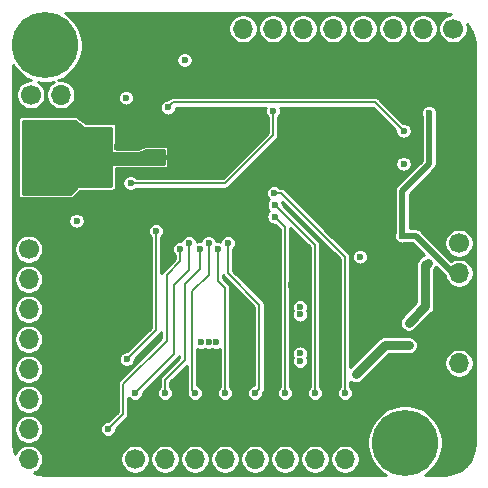
<source format=gbl>
%TF.GenerationSoftware,KiCad,Pcbnew,(5.1.6)-1*%
%TF.CreationDate,2020-12-03T23:45:43-06:00*%
%TF.ProjectId,CANBoard,43414e42-6f61-4726-942e-6b696361645f,v1*%
%TF.SameCoordinates,Original*%
%TF.FileFunction,Copper,L4,Bot*%
%TF.FilePolarity,Positive*%
%FSLAX46Y46*%
G04 Gerber Fmt 4.6, Leading zero omitted, Abs format (unit mm)*
G04 Created by KiCad (PCBNEW (5.1.6)-1) date 2020-12-03 23:45:43*
%MOMM*%
%LPD*%
G01*
G04 APERTURE LIST*
%TA.AperFunction,ComponentPad*%
%ADD10O,1.700000X1.700000*%
%TD*%
%TA.AperFunction,ComponentPad*%
%ADD11C,1.700000*%
%TD*%
%TA.AperFunction,ComponentPad*%
%ADD12C,5.600000*%
%TD*%
%TA.AperFunction,ViaPad*%
%ADD13C,0.600000*%
%TD*%
%TA.AperFunction,Conductor*%
%ADD14C,0.152400*%
%TD*%
%TA.AperFunction,Conductor*%
%ADD15C,0.508000*%
%TD*%
%TA.AperFunction,Conductor*%
%ADD16C,0.762000*%
%TD*%
%TA.AperFunction,Conductor*%
%ADD17C,0.254000*%
%TD*%
G04 APERTURE END LIST*
D10*
X137922000Y-64770000D03*
X140462000Y-64770000D03*
X143002000Y-64770000D03*
X145542000Y-64770000D03*
X148082000Y-64770000D03*
X150622000Y-64770000D03*
X153162000Y-64770000D03*
D11*
X155702000Y-64770000D03*
D10*
X122491500Y-70358000D03*
D11*
X119951500Y-70358000D03*
D10*
X156210000Y-100711000D03*
X156210000Y-98171000D03*
X156210000Y-95631000D03*
X156210000Y-93091000D03*
X156210000Y-90551000D03*
X156210000Y-88011000D03*
X156210000Y-85471000D03*
D11*
X156210000Y-82931000D03*
D10*
X119761000Y-101219000D03*
X119761000Y-98679000D03*
X119761000Y-96139000D03*
X119761000Y-93599000D03*
X119761000Y-91059000D03*
X119761000Y-88519000D03*
X119761000Y-85979000D03*
D11*
X119761000Y-83439000D03*
D10*
X146558000Y-101219000D03*
X144018000Y-101219000D03*
X141478000Y-101219000D03*
X138938000Y-101219000D03*
X136398000Y-101219000D03*
X133858000Y-101219000D03*
X131318000Y-101219000D03*
D11*
X128778000Y-101219000D03*
D12*
X121158000Y-66167000D03*
X151638000Y-99822000D03*
D13*
X142748000Y-88963500D03*
X142748000Y-88328500D03*
X142748000Y-92265500D03*
X142748000Y-92900500D03*
X121031000Y-79324200D03*
X121564400Y-72009000D03*
X118770400Y-72110600D03*
X118694200Y-75438000D03*
X123571000Y-79273400D03*
X127203200Y-78562200D03*
X127304800Y-76885800D03*
X127279400Y-74752200D03*
X127203200Y-72694800D03*
X124739400Y-72593200D03*
X123952000Y-72072500D03*
X118770400Y-79222600D03*
X124256800Y-78663800D03*
X126238000Y-100711000D03*
X127635000Y-91059000D03*
X121539000Y-82677000D03*
X137160000Y-79883000D03*
X132080000Y-74676000D03*
X144526000Y-80264000D03*
X156210000Y-68580000D03*
X149352000Y-68580000D03*
X135636000Y-68580000D03*
X127254000Y-68707000D03*
X141986000Y-86487000D03*
X132267346Y-64961479D03*
X136525000Y-65024000D03*
X125349000Y-71564508D03*
X129006600Y-74752200D03*
X128524000Y-76885800D03*
X142494000Y-68580000D03*
X129032000Y-67437000D03*
X137185400Y-94945200D03*
X137820400Y-94945200D03*
X138455400Y-94945200D03*
X127635000Y-85725000D03*
X128397000Y-77851000D03*
X140462000Y-71755000D03*
X151511000Y-76200000D03*
X123825000Y-81026000D03*
X134366000Y-91313000D03*
X135001000Y-91313000D03*
X132969000Y-67437000D03*
X135636000Y-91313000D03*
X147828000Y-84074000D03*
X128016000Y-70612000D03*
X130556000Y-81915000D03*
X128066693Y-92760692D03*
X132588000Y-83439000D03*
X126492000Y-98679000D03*
X151384000Y-82296000D03*
X153670000Y-71882000D03*
X131572000Y-71437500D03*
X151511000Y-73406000D03*
X133350000Y-82931000D03*
X128778000Y-95631000D03*
X134239000Y-83439000D03*
X131318000Y-95631000D03*
X135001000Y-82931000D03*
X133858000Y-95631000D03*
X135763000Y-83439000D03*
X136398000Y-95631000D03*
X136652000Y-82931000D03*
X138938000Y-95631000D03*
X141478000Y-95631000D03*
X140588960Y-80670000D03*
X144018000Y-95631000D03*
X140590633Y-79669990D03*
X146558000Y-95631000D03*
X140546815Y-78670938D03*
X151955500Y-89662000D03*
X153543000Y-84582000D03*
X151955500Y-91567000D03*
X147447000Y-94043500D03*
D14*
X140462000Y-71755000D02*
X140462000Y-73787000D01*
X136398000Y-77851000D02*
X128397000Y-77851000D01*
X140462000Y-73787000D02*
X136398000Y-77851000D01*
X130556000Y-81915000D02*
X130556000Y-90271385D01*
X130556000Y-90271385D02*
X128066693Y-92760692D01*
X126492000Y-98679000D02*
X127762000Y-97409000D01*
X127762000Y-97409000D02*
X127762000Y-94869000D01*
X127762000Y-94869000D02*
X131445000Y-91186000D01*
X131445000Y-91186000D02*
X131445000Y-85598000D01*
X132588000Y-84455000D02*
X132588000Y-83439000D01*
X131445000Y-85598000D02*
X132588000Y-84455000D01*
D15*
X152527000Y-82296000D02*
X156210000Y-85979000D01*
X151384000Y-82296000D02*
X152527000Y-82296000D01*
X153670000Y-76200000D02*
X151384000Y-78486000D01*
X151384000Y-78486000D02*
X151384000Y-82296000D01*
X153670000Y-71882000D02*
X153670000Y-76200000D01*
D14*
X131572000Y-71437500D02*
X132016500Y-70993000D01*
X132016500Y-70993000D02*
X149098000Y-70993000D01*
X149098000Y-70993000D02*
X151511000Y-73406000D01*
X133350000Y-82931000D02*
X133350000Y-85217000D01*
X133350000Y-85217000D02*
X132080000Y-86487000D01*
X132080000Y-92329000D02*
X128778000Y-95631000D01*
X132080000Y-86487000D02*
X132080000Y-92329000D01*
X132969000Y-86360000D02*
X134239000Y-85090000D01*
X134239000Y-85090000D02*
X134239000Y-83439000D01*
X132969000Y-92837000D02*
X132969000Y-86360000D01*
X131318000Y-94488000D02*
X132969000Y-92837000D01*
X131318000Y-95631000D02*
X131318000Y-94488000D01*
X133600000Y-95373000D02*
X133858000Y-95631000D01*
X133600000Y-86999000D02*
X133600000Y-95373000D01*
X135001000Y-82931000D02*
X135001000Y-85598000D01*
X135001000Y-85598000D02*
X133600000Y-86999000D01*
X136398000Y-86741000D02*
X135763000Y-86106000D01*
X135763000Y-86106000D02*
X135763000Y-83439000D01*
X136398000Y-95631000D02*
X136398000Y-86741000D01*
X136652000Y-85471000D02*
X139300000Y-88119000D01*
X136652000Y-82931000D02*
X136652000Y-85471000D01*
X139300000Y-88119000D02*
X139300000Y-95269000D01*
X139300000Y-95269000D02*
X138938000Y-95631000D01*
X141478000Y-95631000D02*
X141478000Y-81559040D01*
X141478000Y-81559040D02*
X140588960Y-80670000D01*
X144018000Y-83097357D02*
X140590633Y-79669990D01*
X144018000Y-95631000D02*
X144018000Y-83097357D01*
X146558000Y-84116438D02*
X141112500Y-78670938D01*
X146558000Y-95631000D02*
X146558000Y-84116438D01*
X141112500Y-78670938D02*
X140546815Y-78670938D01*
D16*
X151955500Y-89662000D02*
X153352500Y-88265000D01*
X153352500Y-84772500D02*
X153543000Y-84582000D01*
X153352500Y-88265000D02*
X153352500Y-84772500D01*
X151955500Y-91567000D02*
X149923500Y-91567000D01*
X149923500Y-91567000D02*
X147447000Y-94043500D01*
D17*
G36*
X155413131Y-63508500D02*
G01*
X155540606Y-63546987D01*
X155342931Y-63586307D01*
X155118903Y-63679102D01*
X154917283Y-63813820D01*
X154745820Y-63985283D01*
X154611102Y-64186903D01*
X154518307Y-64410931D01*
X154471000Y-64648757D01*
X154471000Y-64891243D01*
X154518307Y-65129069D01*
X154611102Y-65353097D01*
X154745820Y-65554717D01*
X154917283Y-65726180D01*
X155118903Y-65860898D01*
X155342931Y-65953693D01*
X155580757Y-66001000D01*
X155823243Y-66001000D01*
X156061069Y-65953693D01*
X156285097Y-65860898D01*
X156486717Y-65726180D01*
X156658180Y-65554717D01*
X156792898Y-65353097D01*
X156885693Y-65129069D01*
X156933000Y-64891243D01*
X156933000Y-64648757D01*
X156885693Y-64410931D01*
X156856346Y-64340082D01*
X157090160Y-64622714D01*
X157335390Y-65076254D01*
X157487855Y-65568789D01*
X157544000Y-66102979D01*
X157544001Y-99877685D01*
X157491500Y-100413131D01*
X157342478Y-100906718D01*
X157100423Y-101361957D01*
X156774555Y-101761510D01*
X156377286Y-102090160D01*
X155923742Y-102335391D01*
X155431211Y-102487855D01*
X154897021Y-102544000D01*
X153289887Y-102544000D01*
X153665769Y-102292844D01*
X154108844Y-101849769D01*
X154456965Y-101328768D01*
X154696755Y-100749863D01*
X154819000Y-100135301D01*
X154819000Y-99508699D01*
X154696755Y-98894137D01*
X154456965Y-98315232D01*
X154108844Y-97794231D01*
X153665769Y-97351156D01*
X153144768Y-97003035D01*
X152565863Y-96763245D01*
X151951301Y-96641000D01*
X151324699Y-96641000D01*
X150710137Y-96763245D01*
X150131232Y-97003035D01*
X149610231Y-97351156D01*
X149167156Y-97794231D01*
X148819035Y-98315232D01*
X148579245Y-98894137D01*
X148457000Y-99508699D01*
X148457000Y-100135301D01*
X148579245Y-100749863D01*
X148819035Y-101328768D01*
X149167156Y-101849769D01*
X149610231Y-102292844D01*
X149986113Y-102544000D01*
X121122304Y-102544000D01*
X120586869Y-102491500D01*
X120192860Y-102372542D01*
X120344097Y-102309898D01*
X120545717Y-102175180D01*
X120717180Y-102003717D01*
X120851898Y-101802097D01*
X120944693Y-101578069D01*
X120992000Y-101340243D01*
X120992000Y-101097757D01*
X127547000Y-101097757D01*
X127547000Y-101340243D01*
X127594307Y-101578069D01*
X127687102Y-101802097D01*
X127821820Y-102003717D01*
X127993283Y-102175180D01*
X128194903Y-102309898D01*
X128418931Y-102402693D01*
X128656757Y-102450000D01*
X128899243Y-102450000D01*
X129137069Y-102402693D01*
X129361097Y-102309898D01*
X129562717Y-102175180D01*
X129734180Y-102003717D01*
X129868898Y-101802097D01*
X129961693Y-101578069D01*
X130009000Y-101340243D01*
X130009000Y-101097757D01*
X130087000Y-101097757D01*
X130087000Y-101340243D01*
X130134307Y-101578069D01*
X130227102Y-101802097D01*
X130361820Y-102003717D01*
X130533283Y-102175180D01*
X130734903Y-102309898D01*
X130958931Y-102402693D01*
X131196757Y-102450000D01*
X131439243Y-102450000D01*
X131677069Y-102402693D01*
X131901097Y-102309898D01*
X132102717Y-102175180D01*
X132274180Y-102003717D01*
X132408898Y-101802097D01*
X132501693Y-101578069D01*
X132549000Y-101340243D01*
X132549000Y-101097757D01*
X132627000Y-101097757D01*
X132627000Y-101340243D01*
X132674307Y-101578069D01*
X132767102Y-101802097D01*
X132901820Y-102003717D01*
X133073283Y-102175180D01*
X133274903Y-102309898D01*
X133498931Y-102402693D01*
X133736757Y-102450000D01*
X133979243Y-102450000D01*
X134217069Y-102402693D01*
X134441097Y-102309898D01*
X134642717Y-102175180D01*
X134814180Y-102003717D01*
X134948898Y-101802097D01*
X135041693Y-101578069D01*
X135089000Y-101340243D01*
X135089000Y-101097757D01*
X135167000Y-101097757D01*
X135167000Y-101340243D01*
X135214307Y-101578069D01*
X135307102Y-101802097D01*
X135441820Y-102003717D01*
X135613283Y-102175180D01*
X135814903Y-102309898D01*
X136038931Y-102402693D01*
X136276757Y-102450000D01*
X136519243Y-102450000D01*
X136757069Y-102402693D01*
X136981097Y-102309898D01*
X137182717Y-102175180D01*
X137354180Y-102003717D01*
X137488898Y-101802097D01*
X137581693Y-101578069D01*
X137629000Y-101340243D01*
X137629000Y-101097757D01*
X137707000Y-101097757D01*
X137707000Y-101340243D01*
X137754307Y-101578069D01*
X137847102Y-101802097D01*
X137981820Y-102003717D01*
X138153283Y-102175180D01*
X138354903Y-102309898D01*
X138578931Y-102402693D01*
X138816757Y-102450000D01*
X139059243Y-102450000D01*
X139297069Y-102402693D01*
X139521097Y-102309898D01*
X139722717Y-102175180D01*
X139894180Y-102003717D01*
X140028898Y-101802097D01*
X140121693Y-101578069D01*
X140169000Y-101340243D01*
X140169000Y-101097757D01*
X140247000Y-101097757D01*
X140247000Y-101340243D01*
X140294307Y-101578069D01*
X140387102Y-101802097D01*
X140521820Y-102003717D01*
X140693283Y-102175180D01*
X140894903Y-102309898D01*
X141118931Y-102402693D01*
X141356757Y-102450000D01*
X141599243Y-102450000D01*
X141837069Y-102402693D01*
X142061097Y-102309898D01*
X142262717Y-102175180D01*
X142434180Y-102003717D01*
X142568898Y-101802097D01*
X142661693Y-101578069D01*
X142709000Y-101340243D01*
X142709000Y-101097757D01*
X142787000Y-101097757D01*
X142787000Y-101340243D01*
X142834307Y-101578069D01*
X142927102Y-101802097D01*
X143061820Y-102003717D01*
X143233283Y-102175180D01*
X143434903Y-102309898D01*
X143658931Y-102402693D01*
X143896757Y-102450000D01*
X144139243Y-102450000D01*
X144377069Y-102402693D01*
X144601097Y-102309898D01*
X144802717Y-102175180D01*
X144974180Y-102003717D01*
X145108898Y-101802097D01*
X145201693Y-101578069D01*
X145249000Y-101340243D01*
X145249000Y-101097757D01*
X145327000Y-101097757D01*
X145327000Y-101340243D01*
X145374307Y-101578069D01*
X145467102Y-101802097D01*
X145601820Y-102003717D01*
X145773283Y-102175180D01*
X145974903Y-102309898D01*
X146198931Y-102402693D01*
X146436757Y-102450000D01*
X146679243Y-102450000D01*
X146917069Y-102402693D01*
X147141097Y-102309898D01*
X147342717Y-102175180D01*
X147514180Y-102003717D01*
X147648898Y-101802097D01*
X147741693Y-101578069D01*
X147789000Y-101340243D01*
X147789000Y-101097757D01*
X147741693Y-100859931D01*
X147648898Y-100635903D01*
X147514180Y-100434283D01*
X147342717Y-100262820D01*
X147141097Y-100128102D01*
X146917069Y-100035307D01*
X146679243Y-99988000D01*
X146436757Y-99988000D01*
X146198931Y-100035307D01*
X145974903Y-100128102D01*
X145773283Y-100262820D01*
X145601820Y-100434283D01*
X145467102Y-100635903D01*
X145374307Y-100859931D01*
X145327000Y-101097757D01*
X145249000Y-101097757D01*
X145201693Y-100859931D01*
X145108898Y-100635903D01*
X144974180Y-100434283D01*
X144802717Y-100262820D01*
X144601097Y-100128102D01*
X144377069Y-100035307D01*
X144139243Y-99988000D01*
X143896757Y-99988000D01*
X143658931Y-100035307D01*
X143434903Y-100128102D01*
X143233283Y-100262820D01*
X143061820Y-100434283D01*
X142927102Y-100635903D01*
X142834307Y-100859931D01*
X142787000Y-101097757D01*
X142709000Y-101097757D01*
X142661693Y-100859931D01*
X142568898Y-100635903D01*
X142434180Y-100434283D01*
X142262717Y-100262820D01*
X142061097Y-100128102D01*
X141837069Y-100035307D01*
X141599243Y-99988000D01*
X141356757Y-99988000D01*
X141118931Y-100035307D01*
X140894903Y-100128102D01*
X140693283Y-100262820D01*
X140521820Y-100434283D01*
X140387102Y-100635903D01*
X140294307Y-100859931D01*
X140247000Y-101097757D01*
X140169000Y-101097757D01*
X140121693Y-100859931D01*
X140028898Y-100635903D01*
X139894180Y-100434283D01*
X139722717Y-100262820D01*
X139521097Y-100128102D01*
X139297069Y-100035307D01*
X139059243Y-99988000D01*
X138816757Y-99988000D01*
X138578931Y-100035307D01*
X138354903Y-100128102D01*
X138153283Y-100262820D01*
X137981820Y-100434283D01*
X137847102Y-100635903D01*
X137754307Y-100859931D01*
X137707000Y-101097757D01*
X137629000Y-101097757D01*
X137581693Y-100859931D01*
X137488898Y-100635903D01*
X137354180Y-100434283D01*
X137182717Y-100262820D01*
X136981097Y-100128102D01*
X136757069Y-100035307D01*
X136519243Y-99988000D01*
X136276757Y-99988000D01*
X136038931Y-100035307D01*
X135814903Y-100128102D01*
X135613283Y-100262820D01*
X135441820Y-100434283D01*
X135307102Y-100635903D01*
X135214307Y-100859931D01*
X135167000Y-101097757D01*
X135089000Y-101097757D01*
X135041693Y-100859931D01*
X134948898Y-100635903D01*
X134814180Y-100434283D01*
X134642717Y-100262820D01*
X134441097Y-100128102D01*
X134217069Y-100035307D01*
X133979243Y-99988000D01*
X133736757Y-99988000D01*
X133498931Y-100035307D01*
X133274903Y-100128102D01*
X133073283Y-100262820D01*
X132901820Y-100434283D01*
X132767102Y-100635903D01*
X132674307Y-100859931D01*
X132627000Y-101097757D01*
X132549000Y-101097757D01*
X132501693Y-100859931D01*
X132408898Y-100635903D01*
X132274180Y-100434283D01*
X132102717Y-100262820D01*
X131901097Y-100128102D01*
X131677069Y-100035307D01*
X131439243Y-99988000D01*
X131196757Y-99988000D01*
X130958931Y-100035307D01*
X130734903Y-100128102D01*
X130533283Y-100262820D01*
X130361820Y-100434283D01*
X130227102Y-100635903D01*
X130134307Y-100859931D01*
X130087000Y-101097757D01*
X130009000Y-101097757D01*
X129961693Y-100859931D01*
X129868898Y-100635903D01*
X129734180Y-100434283D01*
X129562717Y-100262820D01*
X129361097Y-100128102D01*
X129137069Y-100035307D01*
X128899243Y-99988000D01*
X128656757Y-99988000D01*
X128418931Y-100035307D01*
X128194903Y-100128102D01*
X127993283Y-100262820D01*
X127821820Y-100434283D01*
X127687102Y-100635903D01*
X127594307Y-100859931D01*
X127547000Y-101097757D01*
X120992000Y-101097757D01*
X120944693Y-100859931D01*
X120851898Y-100635903D01*
X120717180Y-100434283D01*
X120545717Y-100262820D01*
X120344097Y-100128102D01*
X120120069Y-100035307D01*
X119882243Y-99988000D01*
X119639757Y-99988000D01*
X119401931Y-100035307D01*
X119177903Y-100128102D01*
X118976283Y-100262820D01*
X118804820Y-100434283D01*
X118670102Y-100635903D01*
X118615966Y-100766600D01*
X118512145Y-100431211D01*
X118456000Y-99897021D01*
X118456000Y-98557757D01*
X118530000Y-98557757D01*
X118530000Y-98800243D01*
X118577307Y-99038069D01*
X118670102Y-99262097D01*
X118804820Y-99463717D01*
X118976283Y-99635180D01*
X119177903Y-99769898D01*
X119401931Y-99862693D01*
X119639757Y-99910000D01*
X119882243Y-99910000D01*
X120120069Y-99862693D01*
X120344097Y-99769898D01*
X120545717Y-99635180D01*
X120717180Y-99463717D01*
X120851898Y-99262097D01*
X120944693Y-99038069D01*
X120992000Y-98800243D01*
X120992000Y-98611927D01*
X125811000Y-98611927D01*
X125811000Y-98746073D01*
X125837171Y-98877640D01*
X125888506Y-99001574D01*
X125963033Y-99113112D01*
X126057888Y-99207967D01*
X126169426Y-99282494D01*
X126293360Y-99333829D01*
X126424927Y-99360000D01*
X126559073Y-99360000D01*
X126690640Y-99333829D01*
X126814574Y-99282494D01*
X126926112Y-99207967D01*
X127020967Y-99113112D01*
X127095494Y-99001574D01*
X127146829Y-98877640D01*
X127173000Y-98746073D01*
X127173000Y-98644577D01*
X128069409Y-97748169D01*
X128086853Y-97733853D01*
X128101170Y-97716408D01*
X128143987Y-97664237D01*
X128166678Y-97621783D01*
X128186441Y-97584809D01*
X128212585Y-97498627D01*
X128219200Y-97431460D01*
X128219200Y-97431451D01*
X128221411Y-97409001D01*
X128219200Y-97386551D01*
X128219200Y-96020464D01*
X128249033Y-96065112D01*
X128343888Y-96159967D01*
X128455426Y-96234494D01*
X128579360Y-96285829D01*
X128710927Y-96312000D01*
X128845073Y-96312000D01*
X128976640Y-96285829D01*
X129100574Y-96234494D01*
X129212112Y-96159967D01*
X129306967Y-96065112D01*
X129381494Y-95953574D01*
X129432829Y-95829640D01*
X129459000Y-95698073D01*
X129459000Y-95596577D01*
X132387408Y-92668170D01*
X132404853Y-92653853D01*
X132461987Y-92584236D01*
X132504441Y-92504809D01*
X132511800Y-92480550D01*
X132511800Y-92647621D01*
X131010592Y-94148830D01*
X130993148Y-94163147D01*
X130936014Y-94232764D01*
X130893560Y-94312191D01*
X130867416Y-94398373D01*
X130865442Y-94418415D01*
X130858589Y-94488000D01*
X130860801Y-94510459D01*
X130860800Y-95125121D01*
X130789033Y-95196888D01*
X130714506Y-95308426D01*
X130663171Y-95432360D01*
X130637000Y-95563927D01*
X130637000Y-95698073D01*
X130663171Y-95829640D01*
X130714506Y-95953574D01*
X130789033Y-96065112D01*
X130883888Y-96159967D01*
X130995426Y-96234494D01*
X131119360Y-96285829D01*
X131250927Y-96312000D01*
X131385073Y-96312000D01*
X131516640Y-96285829D01*
X131640574Y-96234494D01*
X131752112Y-96159967D01*
X131846967Y-96065112D01*
X131921494Y-95953574D01*
X131972829Y-95829640D01*
X131999000Y-95698073D01*
X131999000Y-95563927D01*
X131972829Y-95432360D01*
X131921494Y-95308426D01*
X131846967Y-95196888D01*
X131775200Y-95125121D01*
X131775200Y-94677377D01*
X133142801Y-93309778D01*
X133142801Y-95350540D01*
X133140589Y-95373000D01*
X133149416Y-95462626D01*
X133175560Y-95548809D01*
X133178801Y-95554873D01*
X133177000Y-95563927D01*
X133177000Y-95698073D01*
X133203171Y-95829640D01*
X133254506Y-95953574D01*
X133329033Y-96065112D01*
X133423888Y-96159967D01*
X133535426Y-96234494D01*
X133659360Y-96285829D01*
X133790927Y-96312000D01*
X133925073Y-96312000D01*
X134056640Y-96285829D01*
X134180574Y-96234494D01*
X134292112Y-96159967D01*
X134386967Y-96065112D01*
X134461494Y-95953574D01*
X134512829Y-95829640D01*
X134539000Y-95698073D01*
X134539000Y-95563927D01*
X134512829Y-95432360D01*
X134461494Y-95308426D01*
X134386967Y-95196888D01*
X134292112Y-95102033D01*
X134180574Y-95027506D01*
X134057200Y-94976403D01*
X134057200Y-91922199D01*
X134167360Y-91967829D01*
X134298927Y-91994000D01*
X134433073Y-91994000D01*
X134564640Y-91967829D01*
X134683500Y-91918596D01*
X134802360Y-91967829D01*
X134933927Y-91994000D01*
X135068073Y-91994000D01*
X135199640Y-91967829D01*
X135318500Y-91918596D01*
X135437360Y-91967829D01*
X135568927Y-91994000D01*
X135703073Y-91994000D01*
X135834640Y-91967829D01*
X135940800Y-91923856D01*
X135940800Y-95125121D01*
X135869033Y-95196888D01*
X135794506Y-95308426D01*
X135743171Y-95432360D01*
X135717000Y-95563927D01*
X135717000Y-95698073D01*
X135743171Y-95829640D01*
X135794506Y-95953574D01*
X135869033Y-96065112D01*
X135963888Y-96159967D01*
X136075426Y-96234494D01*
X136199360Y-96285829D01*
X136330927Y-96312000D01*
X136465073Y-96312000D01*
X136596640Y-96285829D01*
X136720574Y-96234494D01*
X136832112Y-96159967D01*
X136926967Y-96065112D01*
X137001494Y-95953574D01*
X137052829Y-95829640D01*
X137079000Y-95698073D01*
X137079000Y-95563927D01*
X137052829Y-95432360D01*
X137001494Y-95308426D01*
X136926967Y-95196888D01*
X136855200Y-95125121D01*
X136855200Y-86763450D01*
X136857411Y-86741000D01*
X136855200Y-86718550D01*
X136855200Y-86718540D01*
X136848585Y-86651373D01*
X136825283Y-86574559D01*
X136822441Y-86565190D01*
X136779987Y-86485764D01*
X136737171Y-86433592D01*
X136737165Y-86433586D01*
X136722853Y-86416147D01*
X136705413Y-86401834D01*
X136220200Y-85916623D01*
X136220200Y-85622547D01*
X136227560Y-85646809D01*
X136270013Y-85726235D01*
X136309058Y-85773810D01*
X136327148Y-85795853D01*
X136344593Y-85810170D01*
X138842800Y-88308379D01*
X138842801Y-94955595D01*
X138739360Y-94976171D01*
X138615426Y-95027506D01*
X138503888Y-95102033D01*
X138409033Y-95196888D01*
X138334506Y-95308426D01*
X138283171Y-95432360D01*
X138257000Y-95563927D01*
X138257000Y-95698073D01*
X138283171Y-95829640D01*
X138334506Y-95953574D01*
X138409033Y-96065112D01*
X138503888Y-96159967D01*
X138615426Y-96234494D01*
X138739360Y-96285829D01*
X138870927Y-96312000D01*
X139005073Y-96312000D01*
X139136640Y-96285829D01*
X139260574Y-96234494D01*
X139372112Y-96159967D01*
X139466967Y-96065112D01*
X139541494Y-95953574D01*
X139592829Y-95829640D01*
X139619000Y-95698073D01*
X139619000Y-95598657D01*
X139624853Y-95593853D01*
X139649413Y-95563927D01*
X139681987Y-95524237D01*
X139714918Y-95462626D01*
X139724441Y-95444809D01*
X139750585Y-95358627D01*
X139757200Y-95291460D01*
X139757200Y-95291451D01*
X139759411Y-95269001D01*
X139757200Y-95246551D01*
X139757200Y-88141452D01*
X139759411Y-88119000D01*
X139757200Y-88096548D01*
X139757200Y-88096540D01*
X139750585Y-88029373D01*
X139733176Y-87971985D01*
X139724441Y-87943190D01*
X139681987Y-87863764D01*
X139639171Y-87811592D01*
X139639165Y-87811586D01*
X139624853Y-87794147D01*
X139607415Y-87779836D01*
X137109200Y-85281623D01*
X137109200Y-83436879D01*
X137180967Y-83365112D01*
X137255494Y-83253574D01*
X137306829Y-83129640D01*
X137333000Y-82998073D01*
X137333000Y-82863927D01*
X137306829Y-82732360D01*
X137255494Y-82608426D01*
X137180967Y-82496888D01*
X137086112Y-82402033D01*
X136974574Y-82327506D01*
X136850640Y-82276171D01*
X136719073Y-82250000D01*
X136584927Y-82250000D01*
X136453360Y-82276171D01*
X136329426Y-82327506D01*
X136217888Y-82402033D01*
X136123033Y-82496888D01*
X136048506Y-82608426D01*
X135997171Y-82732360D01*
X135984945Y-82793824D01*
X135961640Y-82784171D01*
X135830073Y-82758000D01*
X135695927Y-82758000D01*
X135662261Y-82764697D01*
X135655829Y-82732360D01*
X135604494Y-82608426D01*
X135529967Y-82496888D01*
X135435112Y-82402033D01*
X135323574Y-82327506D01*
X135199640Y-82276171D01*
X135068073Y-82250000D01*
X134933927Y-82250000D01*
X134802360Y-82276171D01*
X134678426Y-82327506D01*
X134566888Y-82402033D01*
X134472033Y-82496888D01*
X134397506Y-82608426D01*
X134346171Y-82732360D01*
X134339739Y-82764697D01*
X134306073Y-82758000D01*
X134171927Y-82758000D01*
X134040360Y-82784171D01*
X134017055Y-82793824D01*
X134004829Y-82732360D01*
X133953494Y-82608426D01*
X133878967Y-82496888D01*
X133784112Y-82402033D01*
X133672574Y-82327506D01*
X133548640Y-82276171D01*
X133417073Y-82250000D01*
X133282927Y-82250000D01*
X133151360Y-82276171D01*
X133027426Y-82327506D01*
X132915888Y-82402033D01*
X132821033Y-82496888D01*
X132746506Y-82608426D01*
X132695171Y-82732360D01*
X132688739Y-82764697D01*
X132655073Y-82758000D01*
X132520927Y-82758000D01*
X132389360Y-82784171D01*
X132265426Y-82835506D01*
X132153888Y-82910033D01*
X132059033Y-83004888D01*
X131984506Y-83116426D01*
X131933171Y-83240360D01*
X131907000Y-83371927D01*
X131907000Y-83506073D01*
X131933171Y-83637640D01*
X131984506Y-83761574D01*
X132059033Y-83873112D01*
X132130801Y-83944880D01*
X132130800Y-84265622D01*
X131137593Y-85258830D01*
X131120148Y-85273147D01*
X131105831Y-85290592D01*
X131105830Y-85290593D01*
X131063013Y-85342765D01*
X131027533Y-85409145D01*
X131020560Y-85422191D01*
X131013200Y-85446453D01*
X131013200Y-82420879D01*
X131084967Y-82349112D01*
X131159494Y-82237574D01*
X131210829Y-82113640D01*
X131237000Y-81982073D01*
X131237000Y-81847927D01*
X131210829Y-81716360D01*
X131159494Y-81592426D01*
X131084967Y-81480888D01*
X130990112Y-81386033D01*
X130878574Y-81311506D01*
X130754640Y-81260171D01*
X130623073Y-81234000D01*
X130488927Y-81234000D01*
X130357360Y-81260171D01*
X130233426Y-81311506D01*
X130121888Y-81386033D01*
X130027033Y-81480888D01*
X129952506Y-81592426D01*
X129901171Y-81716360D01*
X129875000Y-81847927D01*
X129875000Y-81982073D01*
X129901171Y-82113640D01*
X129952506Y-82237574D01*
X130027033Y-82349112D01*
X130098800Y-82420879D01*
X130098801Y-90082005D01*
X128101116Y-92079692D01*
X127999620Y-92079692D01*
X127868053Y-92105863D01*
X127744119Y-92157198D01*
X127632581Y-92231725D01*
X127537726Y-92326580D01*
X127463199Y-92438118D01*
X127411864Y-92562052D01*
X127385693Y-92693619D01*
X127385693Y-92827765D01*
X127411864Y-92959332D01*
X127463199Y-93083266D01*
X127537726Y-93194804D01*
X127632581Y-93289659D01*
X127744119Y-93364186D01*
X127868053Y-93415521D01*
X127999620Y-93441692D01*
X128133766Y-93441692D01*
X128265333Y-93415521D01*
X128389267Y-93364186D01*
X128500805Y-93289659D01*
X128595660Y-93194804D01*
X128670187Y-93083266D01*
X128721522Y-92959332D01*
X128747693Y-92827765D01*
X128747693Y-92726269D01*
X130863414Y-90610550D01*
X130880853Y-90596238D01*
X130895165Y-90578799D01*
X130895171Y-90578793D01*
X130937987Y-90526621D01*
X130980441Y-90447195D01*
X130987800Y-90422935D01*
X130987800Y-90996621D01*
X127454593Y-94529830D01*
X127437148Y-94544147D01*
X127422831Y-94561592D01*
X127422830Y-94561593D01*
X127380013Y-94613765D01*
X127337560Y-94693191D01*
X127311416Y-94779374D01*
X127302589Y-94869000D01*
X127304801Y-94891460D01*
X127304800Y-97219622D01*
X126526423Y-97998000D01*
X126424927Y-97998000D01*
X126293360Y-98024171D01*
X126169426Y-98075506D01*
X126057888Y-98150033D01*
X125963033Y-98244888D01*
X125888506Y-98356426D01*
X125837171Y-98480360D01*
X125811000Y-98611927D01*
X120992000Y-98611927D01*
X120992000Y-98557757D01*
X120944693Y-98319931D01*
X120851898Y-98095903D01*
X120717180Y-97894283D01*
X120545717Y-97722820D01*
X120344097Y-97588102D01*
X120120069Y-97495307D01*
X119882243Y-97448000D01*
X119639757Y-97448000D01*
X119401931Y-97495307D01*
X119177903Y-97588102D01*
X118976283Y-97722820D01*
X118804820Y-97894283D01*
X118670102Y-98095903D01*
X118577307Y-98319931D01*
X118530000Y-98557757D01*
X118456000Y-98557757D01*
X118456000Y-96017757D01*
X118530000Y-96017757D01*
X118530000Y-96260243D01*
X118577307Y-96498069D01*
X118670102Y-96722097D01*
X118804820Y-96923717D01*
X118976283Y-97095180D01*
X119177903Y-97229898D01*
X119401931Y-97322693D01*
X119639757Y-97370000D01*
X119882243Y-97370000D01*
X120120069Y-97322693D01*
X120344097Y-97229898D01*
X120545717Y-97095180D01*
X120717180Y-96923717D01*
X120851898Y-96722097D01*
X120944693Y-96498069D01*
X120992000Y-96260243D01*
X120992000Y-96017757D01*
X120944693Y-95779931D01*
X120851898Y-95555903D01*
X120717180Y-95354283D01*
X120545717Y-95182820D01*
X120344097Y-95048102D01*
X120120069Y-94955307D01*
X119882243Y-94908000D01*
X119639757Y-94908000D01*
X119401931Y-94955307D01*
X119177903Y-95048102D01*
X118976283Y-95182820D01*
X118804820Y-95354283D01*
X118670102Y-95555903D01*
X118577307Y-95779931D01*
X118530000Y-96017757D01*
X118456000Y-96017757D01*
X118456000Y-93477757D01*
X118530000Y-93477757D01*
X118530000Y-93720243D01*
X118577307Y-93958069D01*
X118670102Y-94182097D01*
X118804820Y-94383717D01*
X118976283Y-94555180D01*
X119177903Y-94689898D01*
X119401931Y-94782693D01*
X119639757Y-94830000D01*
X119882243Y-94830000D01*
X120120069Y-94782693D01*
X120344097Y-94689898D01*
X120545717Y-94555180D01*
X120717180Y-94383717D01*
X120851898Y-94182097D01*
X120944693Y-93958069D01*
X120992000Y-93720243D01*
X120992000Y-93477757D01*
X120944693Y-93239931D01*
X120851898Y-93015903D01*
X120717180Y-92814283D01*
X120545717Y-92642820D01*
X120344097Y-92508102D01*
X120120069Y-92415307D01*
X119882243Y-92368000D01*
X119639757Y-92368000D01*
X119401931Y-92415307D01*
X119177903Y-92508102D01*
X118976283Y-92642820D01*
X118804820Y-92814283D01*
X118670102Y-93015903D01*
X118577307Y-93239931D01*
X118530000Y-93477757D01*
X118456000Y-93477757D01*
X118456000Y-90937757D01*
X118530000Y-90937757D01*
X118530000Y-91180243D01*
X118577307Y-91418069D01*
X118670102Y-91642097D01*
X118804820Y-91843717D01*
X118976283Y-92015180D01*
X119177903Y-92149898D01*
X119401931Y-92242693D01*
X119639757Y-92290000D01*
X119882243Y-92290000D01*
X120120069Y-92242693D01*
X120344097Y-92149898D01*
X120545717Y-92015180D01*
X120717180Y-91843717D01*
X120851898Y-91642097D01*
X120944693Y-91418069D01*
X120992000Y-91180243D01*
X120992000Y-90937757D01*
X120944693Y-90699931D01*
X120851898Y-90475903D01*
X120717180Y-90274283D01*
X120545717Y-90102820D01*
X120344097Y-89968102D01*
X120120069Y-89875307D01*
X119882243Y-89828000D01*
X119639757Y-89828000D01*
X119401931Y-89875307D01*
X119177903Y-89968102D01*
X118976283Y-90102820D01*
X118804820Y-90274283D01*
X118670102Y-90475903D01*
X118577307Y-90699931D01*
X118530000Y-90937757D01*
X118456000Y-90937757D01*
X118456000Y-88397757D01*
X118530000Y-88397757D01*
X118530000Y-88640243D01*
X118577307Y-88878069D01*
X118670102Y-89102097D01*
X118804820Y-89303717D01*
X118976283Y-89475180D01*
X119177903Y-89609898D01*
X119401931Y-89702693D01*
X119639757Y-89750000D01*
X119882243Y-89750000D01*
X120120069Y-89702693D01*
X120344097Y-89609898D01*
X120545717Y-89475180D01*
X120717180Y-89303717D01*
X120851898Y-89102097D01*
X120944693Y-88878069D01*
X120992000Y-88640243D01*
X120992000Y-88397757D01*
X120944693Y-88159931D01*
X120851898Y-87935903D01*
X120717180Y-87734283D01*
X120545717Y-87562820D01*
X120344097Y-87428102D01*
X120120069Y-87335307D01*
X119882243Y-87288000D01*
X119639757Y-87288000D01*
X119401931Y-87335307D01*
X119177903Y-87428102D01*
X118976283Y-87562820D01*
X118804820Y-87734283D01*
X118670102Y-87935903D01*
X118577307Y-88159931D01*
X118530000Y-88397757D01*
X118456000Y-88397757D01*
X118456000Y-85857757D01*
X118530000Y-85857757D01*
X118530000Y-86100243D01*
X118577307Y-86338069D01*
X118670102Y-86562097D01*
X118804820Y-86763717D01*
X118976283Y-86935180D01*
X119177903Y-87069898D01*
X119401931Y-87162693D01*
X119639757Y-87210000D01*
X119882243Y-87210000D01*
X120120069Y-87162693D01*
X120344097Y-87069898D01*
X120545717Y-86935180D01*
X120717180Y-86763717D01*
X120851898Y-86562097D01*
X120944693Y-86338069D01*
X120992000Y-86100243D01*
X120992000Y-85857757D01*
X120944693Y-85619931D01*
X120851898Y-85395903D01*
X120717180Y-85194283D01*
X120545717Y-85022820D01*
X120344097Y-84888102D01*
X120120069Y-84795307D01*
X119882243Y-84748000D01*
X119639757Y-84748000D01*
X119401931Y-84795307D01*
X119177903Y-84888102D01*
X118976283Y-85022820D01*
X118804820Y-85194283D01*
X118670102Y-85395903D01*
X118577307Y-85619931D01*
X118530000Y-85857757D01*
X118456000Y-85857757D01*
X118456000Y-83317757D01*
X118530000Y-83317757D01*
X118530000Y-83560243D01*
X118577307Y-83798069D01*
X118670102Y-84022097D01*
X118804820Y-84223717D01*
X118976283Y-84395180D01*
X119177903Y-84529898D01*
X119401931Y-84622693D01*
X119639757Y-84670000D01*
X119882243Y-84670000D01*
X120120069Y-84622693D01*
X120344097Y-84529898D01*
X120545717Y-84395180D01*
X120717180Y-84223717D01*
X120851898Y-84022097D01*
X120944693Y-83798069D01*
X120992000Y-83560243D01*
X120992000Y-83317757D01*
X120944693Y-83079931D01*
X120851898Y-82855903D01*
X120717180Y-82654283D01*
X120545717Y-82482820D01*
X120344097Y-82348102D01*
X120120069Y-82255307D01*
X119882243Y-82208000D01*
X119639757Y-82208000D01*
X119401931Y-82255307D01*
X119177903Y-82348102D01*
X118976283Y-82482820D01*
X118804820Y-82654283D01*
X118670102Y-82855903D01*
X118577307Y-83079931D01*
X118530000Y-83317757D01*
X118456000Y-83317757D01*
X118456000Y-80958927D01*
X123144000Y-80958927D01*
X123144000Y-81093073D01*
X123170171Y-81224640D01*
X123221506Y-81348574D01*
X123296033Y-81460112D01*
X123390888Y-81554967D01*
X123502426Y-81629494D01*
X123626360Y-81680829D01*
X123757927Y-81707000D01*
X123892073Y-81707000D01*
X124023640Y-81680829D01*
X124147574Y-81629494D01*
X124259112Y-81554967D01*
X124353967Y-81460112D01*
X124428494Y-81348574D01*
X124479829Y-81224640D01*
X124506000Y-81093073D01*
X124506000Y-80958927D01*
X124479829Y-80827360D01*
X124428494Y-80703426D01*
X124353967Y-80591888D01*
X124259112Y-80497033D01*
X124147574Y-80422506D01*
X124023640Y-80371171D01*
X123892073Y-80345000D01*
X123757927Y-80345000D01*
X123626360Y-80371171D01*
X123502426Y-80422506D01*
X123390888Y-80497033D01*
X123296033Y-80591888D01*
X123221506Y-80703426D01*
X123170171Y-80827360D01*
X123144000Y-80958927D01*
X118456000Y-80958927D01*
X118456000Y-72326500D01*
X118872000Y-72326500D01*
X118872000Y-78994000D01*
X118874440Y-79018776D01*
X118881667Y-79042601D01*
X118893403Y-79064557D01*
X118909197Y-79083803D01*
X118928443Y-79099597D01*
X118950399Y-79111333D01*
X118974224Y-79118560D01*
X118999000Y-79121000D01*
X123444000Y-79121000D01*
X123468776Y-79118560D01*
X123492601Y-79111333D01*
X123514557Y-79099597D01*
X123533803Y-79083803D01*
X124013741Y-78603865D01*
X139865815Y-78603865D01*
X139865815Y-78738011D01*
X139891986Y-78869578D01*
X139943321Y-78993512D01*
X140017848Y-79105050D01*
X140105171Y-79192373D01*
X140061666Y-79235878D01*
X139987139Y-79347416D01*
X139935804Y-79471350D01*
X139909633Y-79602917D01*
X139909633Y-79737063D01*
X139935804Y-79868630D01*
X139987139Y-79992564D01*
X140061666Y-80104102D01*
X140126723Y-80169159D01*
X140059993Y-80235888D01*
X139985466Y-80347426D01*
X139934131Y-80471360D01*
X139907960Y-80602927D01*
X139907960Y-80737073D01*
X139934131Y-80868640D01*
X139985466Y-80992574D01*
X140059993Y-81104112D01*
X140154848Y-81198967D01*
X140266386Y-81273494D01*
X140390320Y-81324829D01*
X140521887Y-81351000D01*
X140623383Y-81351000D01*
X141020801Y-81748419D01*
X141020800Y-95125121D01*
X140949033Y-95196888D01*
X140874506Y-95308426D01*
X140823171Y-95432360D01*
X140797000Y-95563927D01*
X140797000Y-95698073D01*
X140823171Y-95829640D01*
X140874506Y-95953574D01*
X140949033Y-96065112D01*
X141043888Y-96159967D01*
X141155426Y-96234494D01*
X141279360Y-96285829D01*
X141410927Y-96312000D01*
X141545073Y-96312000D01*
X141676640Y-96285829D01*
X141800574Y-96234494D01*
X141912112Y-96159967D01*
X142006967Y-96065112D01*
X142081494Y-95953574D01*
X142132829Y-95829640D01*
X142159000Y-95698073D01*
X142159000Y-95563927D01*
X142132829Y-95432360D01*
X142081494Y-95308426D01*
X142006967Y-95196888D01*
X141935200Y-95125121D01*
X141935200Y-92198427D01*
X142067000Y-92198427D01*
X142067000Y-92332573D01*
X142093171Y-92464140D01*
X142142404Y-92583000D01*
X142093171Y-92701860D01*
X142067000Y-92833427D01*
X142067000Y-92967573D01*
X142093171Y-93099140D01*
X142144506Y-93223074D01*
X142219033Y-93334612D01*
X142313888Y-93429467D01*
X142425426Y-93503994D01*
X142549360Y-93555329D01*
X142680927Y-93581500D01*
X142815073Y-93581500D01*
X142946640Y-93555329D01*
X143070574Y-93503994D01*
X143182112Y-93429467D01*
X143276967Y-93334612D01*
X143351494Y-93223074D01*
X143402829Y-93099140D01*
X143429000Y-92967573D01*
X143429000Y-92833427D01*
X143402829Y-92701860D01*
X143353596Y-92583000D01*
X143402829Y-92464140D01*
X143429000Y-92332573D01*
X143429000Y-92198427D01*
X143402829Y-92066860D01*
X143351494Y-91942926D01*
X143276967Y-91831388D01*
X143182112Y-91736533D01*
X143070574Y-91662006D01*
X142946640Y-91610671D01*
X142815073Y-91584500D01*
X142680927Y-91584500D01*
X142549360Y-91610671D01*
X142425426Y-91662006D01*
X142313888Y-91736533D01*
X142219033Y-91831388D01*
X142144506Y-91942926D01*
X142093171Y-92066860D01*
X142067000Y-92198427D01*
X141935200Y-92198427D01*
X141935200Y-88261427D01*
X142067000Y-88261427D01*
X142067000Y-88395573D01*
X142093171Y-88527140D01*
X142142404Y-88646000D01*
X142093171Y-88764860D01*
X142067000Y-88896427D01*
X142067000Y-89030573D01*
X142093171Y-89162140D01*
X142144506Y-89286074D01*
X142219033Y-89397612D01*
X142313888Y-89492467D01*
X142425426Y-89566994D01*
X142549360Y-89618329D01*
X142680927Y-89644500D01*
X142815073Y-89644500D01*
X142946640Y-89618329D01*
X143070574Y-89566994D01*
X143182112Y-89492467D01*
X143276967Y-89397612D01*
X143351494Y-89286074D01*
X143402829Y-89162140D01*
X143429000Y-89030573D01*
X143429000Y-88896427D01*
X143402829Y-88764860D01*
X143353596Y-88646000D01*
X143402829Y-88527140D01*
X143429000Y-88395573D01*
X143429000Y-88261427D01*
X143402829Y-88129860D01*
X143351494Y-88005926D01*
X143276967Y-87894388D01*
X143182112Y-87799533D01*
X143070574Y-87725006D01*
X142946640Y-87673671D01*
X142815073Y-87647500D01*
X142680927Y-87647500D01*
X142549360Y-87673671D01*
X142425426Y-87725006D01*
X142313888Y-87799533D01*
X142219033Y-87894388D01*
X142144506Y-88005926D01*
X142093171Y-88129860D01*
X142067000Y-88261427D01*
X141935200Y-88261427D01*
X141935200Y-81661134D01*
X143560801Y-83286736D01*
X143560800Y-95125121D01*
X143489033Y-95196888D01*
X143414506Y-95308426D01*
X143363171Y-95432360D01*
X143337000Y-95563927D01*
X143337000Y-95698073D01*
X143363171Y-95829640D01*
X143414506Y-95953574D01*
X143489033Y-96065112D01*
X143583888Y-96159967D01*
X143695426Y-96234494D01*
X143819360Y-96285829D01*
X143950927Y-96312000D01*
X144085073Y-96312000D01*
X144216640Y-96285829D01*
X144340574Y-96234494D01*
X144452112Y-96159967D01*
X144546967Y-96065112D01*
X144621494Y-95953574D01*
X144672829Y-95829640D01*
X144699000Y-95698073D01*
X144699000Y-95563927D01*
X144672829Y-95432360D01*
X144621494Y-95308426D01*
X144546967Y-95196888D01*
X144475200Y-95125121D01*
X144475200Y-83119807D01*
X144477411Y-83097357D01*
X144475200Y-83074907D01*
X144475200Y-83074897D01*
X144468585Y-83007730D01*
X144442441Y-82921548D01*
X144399987Y-82842121D01*
X144342853Y-82772504D01*
X144325408Y-82758187D01*
X141271633Y-79704413D01*
X141271633Y-79602917D01*
X141245462Y-79471350D01*
X141230703Y-79435718D01*
X146100801Y-84305817D01*
X146100800Y-95125121D01*
X146029033Y-95196888D01*
X145954506Y-95308426D01*
X145903171Y-95432360D01*
X145877000Y-95563927D01*
X145877000Y-95698073D01*
X145903171Y-95829640D01*
X145954506Y-95953574D01*
X146029033Y-96065112D01*
X146123888Y-96159967D01*
X146235426Y-96234494D01*
X146359360Y-96285829D01*
X146490927Y-96312000D01*
X146625073Y-96312000D01*
X146756640Y-96285829D01*
X146880574Y-96234494D01*
X146992112Y-96159967D01*
X147086967Y-96065112D01*
X147161494Y-95953574D01*
X147212829Y-95829640D01*
X147239000Y-95698073D01*
X147239000Y-95563927D01*
X147212829Y-95432360D01*
X147161494Y-95308426D01*
X147086967Y-95196888D01*
X147015200Y-95125121D01*
X147015200Y-94674886D01*
X147021608Y-94680145D01*
X147153985Y-94750901D01*
X147297622Y-94794473D01*
X147447000Y-94809186D01*
X147596378Y-94794473D01*
X147740015Y-94750901D01*
X147872392Y-94680145D01*
X147959351Y-94608779D01*
X149598373Y-92969757D01*
X154979000Y-92969757D01*
X154979000Y-93212243D01*
X155026307Y-93450069D01*
X155119102Y-93674097D01*
X155253820Y-93875717D01*
X155425283Y-94047180D01*
X155626903Y-94181898D01*
X155850931Y-94274693D01*
X156088757Y-94322000D01*
X156331243Y-94322000D01*
X156569069Y-94274693D01*
X156793097Y-94181898D01*
X156994717Y-94047180D01*
X157166180Y-93875717D01*
X157300898Y-93674097D01*
X157393693Y-93450069D01*
X157441000Y-93212243D01*
X157441000Y-92969757D01*
X157393693Y-92731931D01*
X157300898Y-92507903D01*
X157166180Y-92306283D01*
X156994717Y-92134820D01*
X156793097Y-92000102D01*
X156569069Y-91907307D01*
X156331243Y-91860000D01*
X156088757Y-91860000D01*
X155850931Y-91907307D01*
X155626903Y-92000102D01*
X155425283Y-92134820D01*
X155253820Y-92306283D01*
X155119102Y-92507903D01*
X155026307Y-92731931D01*
X154979000Y-92969757D01*
X149598373Y-92969757D01*
X150239131Y-92329000D01*
X151992926Y-92329000D01*
X152104878Y-92317974D01*
X152248515Y-92274402D01*
X152380892Y-92203645D01*
X152496922Y-92108422D01*
X152592145Y-91992392D01*
X152662902Y-91860015D01*
X152706474Y-91716378D01*
X152721186Y-91567000D01*
X152706474Y-91417622D01*
X152662902Y-91273985D01*
X152592145Y-91141608D01*
X152496922Y-91025578D01*
X152380892Y-90930355D01*
X152248515Y-90859598D01*
X152104878Y-90816026D01*
X151992926Y-90805000D01*
X149960923Y-90805000D01*
X149923500Y-90801314D01*
X149886077Y-90805000D01*
X149886074Y-90805000D01*
X149774122Y-90816026D01*
X149630485Y-90859598D01*
X149568864Y-90892535D01*
X149498107Y-90930355D01*
X149457713Y-90963506D01*
X149382078Y-91025578D01*
X149358221Y-91054648D01*
X147015200Y-93397670D01*
X147015200Y-84138888D01*
X147017411Y-84116438D01*
X147015200Y-84093988D01*
X147015200Y-84093978D01*
X147008585Y-84026811D01*
X147002554Y-84006927D01*
X147147000Y-84006927D01*
X147147000Y-84141073D01*
X147173171Y-84272640D01*
X147224506Y-84396574D01*
X147299033Y-84508112D01*
X147393888Y-84602967D01*
X147505426Y-84677494D01*
X147629360Y-84728829D01*
X147760927Y-84755000D01*
X147895073Y-84755000D01*
X148026640Y-84728829D01*
X148150574Y-84677494D01*
X148262112Y-84602967D01*
X148356967Y-84508112D01*
X148431494Y-84396574D01*
X148482829Y-84272640D01*
X148509000Y-84141073D01*
X148509000Y-84006927D01*
X148482829Y-83875360D01*
X148431494Y-83751426D01*
X148356967Y-83639888D01*
X148262112Y-83545033D01*
X148150574Y-83470506D01*
X148026640Y-83419171D01*
X147895073Y-83393000D01*
X147760927Y-83393000D01*
X147629360Y-83419171D01*
X147505426Y-83470506D01*
X147393888Y-83545033D01*
X147299033Y-83639888D01*
X147224506Y-83751426D01*
X147173171Y-83875360D01*
X147147000Y-84006927D01*
X147002554Y-84006927D01*
X146982441Y-83940629D01*
X146939987Y-83861202D01*
X146882853Y-83791585D01*
X146865408Y-83777268D01*
X145317067Y-82228927D01*
X150703000Y-82228927D01*
X150703000Y-82363073D01*
X150729171Y-82494640D01*
X150780506Y-82618574D01*
X150855033Y-82730112D01*
X150949888Y-82824967D01*
X151061426Y-82899494D01*
X151185360Y-82950829D01*
X151316927Y-82977000D01*
X151451073Y-82977000D01*
X151582640Y-82950829D01*
X151630512Y-82931000D01*
X152263976Y-82931000D01*
X153222347Y-83889372D01*
X153117608Y-83945355D01*
X153030650Y-84016721D01*
X152840150Y-84207220D01*
X152811079Y-84231078D01*
X152787222Y-84260148D01*
X152787221Y-84260149D01*
X152715855Y-84347108D01*
X152645099Y-84479485D01*
X152601527Y-84623122D01*
X152586814Y-84772500D01*
X152590501Y-84809933D01*
X152590500Y-87949369D01*
X151390221Y-89149649D01*
X151318855Y-89236608D01*
X151248099Y-89368985D01*
X151204527Y-89512622D01*
X151189814Y-89662000D01*
X151204527Y-89811378D01*
X151248099Y-89955015D01*
X151318855Y-90087392D01*
X151414079Y-90203421D01*
X151530108Y-90298645D01*
X151662485Y-90369401D01*
X151806122Y-90412973D01*
X151955500Y-90427686D01*
X152104878Y-90412973D01*
X152248515Y-90369401D01*
X152380892Y-90298645D01*
X152467851Y-90227279D01*
X153864853Y-88830278D01*
X153893922Y-88806422D01*
X153989145Y-88690392D01*
X154059902Y-88558015D01*
X154103474Y-88414378D01*
X154114500Y-88302426D01*
X154114500Y-88302424D01*
X154118186Y-88265001D01*
X154114500Y-88227578D01*
X154114500Y-85086770D01*
X154179645Y-85007392D01*
X154235628Y-84902653D01*
X154992355Y-85659380D01*
X155026307Y-85830069D01*
X155119102Y-86054097D01*
X155253820Y-86255717D01*
X155425283Y-86427180D01*
X155626903Y-86561898D01*
X155850931Y-86654693D01*
X156088757Y-86702000D01*
X156331243Y-86702000D01*
X156569069Y-86654693D01*
X156793097Y-86561898D01*
X156994717Y-86427180D01*
X157166180Y-86255717D01*
X157300898Y-86054097D01*
X157393693Y-85830069D01*
X157441000Y-85592243D01*
X157441000Y-85349757D01*
X157393693Y-85111931D01*
X157300898Y-84887903D01*
X157166180Y-84686283D01*
X156994717Y-84514820D01*
X156793097Y-84380102D01*
X156569069Y-84287307D01*
X156331243Y-84240000D01*
X156088757Y-84240000D01*
X155850931Y-84287307D01*
X155626903Y-84380102D01*
X155556302Y-84427276D01*
X153938782Y-82809757D01*
X154979000Y-82809757D01*
X154979000Y-83052243D01*
X155026307Y-83290069D01*
X155119102Y-83514097D01*
X155253820Y-83715717D01*
X155425283Y-83887180D01*
X155626903Y-84021898D01*
X155850931Y-84114693D01*
X156088757Y-84162000D01*
X156331243Y-84162000D01*
X156569069Y-84114693D01*
X156793097Y-84021898D01*
X156994717Y-83887180D01*
X157166180Y-83715717D01*
X157300898Y-83514097D01*
X157393693Y-83290069D01*
X157441000Y-83052243D01*
X157441000Y-82809757D01*
X157393693Y-82571931D01*
X157300898Y-82347903D01*
X157166180Y-82146283D01*
X156994717Y-81974820D01*
X156793097Y-81840102D01*
X156569069Y-81747307D01*
X156331243Y-81700000D01*
X156088757Y-81700000D01*
X155850931Y-81747307D01*
X155626903Y-81840102D01*
X155425283Y-81974820D01*
X155253820Y-82146283D01*
X155119102Y-82347903D01*
X155026307Y-82571931D01*
X154979000Y-82809757D01*
X153938782Y-82809757D01*
X152998074Y-81869050D01*
X152978185Y-81844815D01*
X152881494Y-81765463D01*
X152771180Y-81706498D01*
X152651482Y-81670188D01*
X152558192Y-81661000D01*
X152558181Y-81661000D01*
X152527000Y-81657929D01*
X152495819Y-81661000D01*
X152019000Y-81661000D01*
X152019000Y-78749024D01*
X154096955Y-76671070D01*
X154121185Y-76651185D01*
X154200537Y-76554494D01*
X154259502Y-76444180D01*
X154295812Y-76324482D01*
X154305000Y-76231192D01*
X154305000Y-76231182D01*
X154308071Y-76200001D01*
X154305000Y-76168820D01*
X154305000Y-72128512D01*
X154324829Y-72080640D01*
X154351000Y-71949073D01*
X154351000Y-71814927D01*
X154324829Y-71683360D01*
X154273494Y-71559426D01*
X154198967Y-71447888D01*
X154104112Y-71353033D01*
X153992574Y-71278506D01*
X153868640Y-71227171D01*
X153737073Y-71201000D01*
X153602927Y-71201000D01*
X153471360Y-71227171D01*
X153347426Y-71278506D01*
X153235888Y-71353033D01*
X153141033Y-71447888D01*
X153066506Y-71559426D01*
X153015171Y-71683360D01*
X152989000Y-71814927D01*
X152989000Y-71949073D01*
X153015171Y-72080640D01*
X153035000Y-72128512D01*
X153035001Y-75936974D01*
X150957050Y-78014926D01*
X150932815Y-78034815D01*
X150853463Y-78131507D01*
X150794498Y-78241821D01*
X150758188Y-78361519D01*
X150749000Y-78454809D01*
X150749000Y-78454819D01*
X150745929Y-78486000D01*
X150749000Y-78517181D01*
X150749001Y-82049486D01*
X150729171Y-82097360D01*
X150703000Y-82228927D01*
X145317067Y-82228927D01*
X141451674Y-78363535D01*
X141437353Y-78346085D01*
X141367736Y-78288951D01*
X141288309Y-78246497D01*
X141202127Y-78220353D01*
X141134960Y-78213738D01*
X141134950Y-78213738D01*
X141112500Y-78211527D01*
X141090050Y-78213738D01*
X141052694Y-78213738D01*
X140980927Y-78141971D01*
X140869389Y-78067444D01*
X140745455Y-78016109D01*
X140613888Y-77989938D01*
X140479742Y-77989938D01*
X140348175Y-78016109D01*
X140224241Y-78067444D01*
X140112703Y-78141971D01*
X140017848Y-78236826D01*
X139943321Y-78348364D01*
X139891986Y-78472298D01*
X139865815Y-78603865D01*
X124013741Y-78603865D01*
X124131606Y-78486000D01*
X127000000Y-78486000D01*
X127024776Y-78483560D01*
X127048601Y-78476333D01*
X127070557Y-78464597D01*
X127089803Y-78448803D01*
X127105597Y-78429557D01*
X127117333Y-78407601D01*
X127124560Y-78383776D01*
X127127000Y-78359000D01*
X127127000Y-77783927D01*
X127716000Y-77783927D01*
X127716000Y-77918073D01*
X127742171Y-78049640D01*
X127793506Y-78173574D01*
X127868033Y-78285112D01*
X127962888Y-78379967D01*
X128074426Y-78454494D01*
X128198360Y-78505829D01*
X128329927Y-78532000D01*
X128464073Y-78532000D01*
X128595640Y-78505829D01*
X128719574Y-78454494D01*
X128831112Y-78379967D01*
X128902879Y-78308200D01*
X136375550Y-78308200D01*
X136398000Y-78310411D01*
X136420450Y-78308200D01*
X136420460Y-78308200D01*
X136487627Y-78301585D01*
X136573809Y-78275441D01*
X136653236Y-78232987D01*
X136722853Y-78175853D01*
X136737174Y-78158403D01*
X138762650Y-76132927D01*
X150830000Y-76132927D01*
X150830000Y-76267073D01*
X150856171Y-76398640D01*
X150907506Y-76522574D01*
X150982033Y-76634112D01*
X151076888Y-76728967D01*
X151188426Y-76803494D01*
X151312360Y-76854829D01*
X151443927Y-76881000D01*
X151578073Y-76881000D01*
X151709640Y-76854829D01*
X151833574Y-76803494D01*
X151945112Y-76728967D01*
X152039967Y-76634112D01*
X152114494Y-76522574D01*
X152165829Y-76398640D01*
X152192000Y-76267073D01*
X152192000Y-76132927D01*
X152165829Y-76001360D01*
X152114494Y-75877426D01*
X152039967Y-75765888D01*
X151945112Y-75671033D01*
X151833574Y-75596506D01*
X151709640Y-75545171D01*
X151578073Y-75519000D01*
X151443927Y-75519000D01*
X151312360Y-75545171D01*
X151188426Y-75596506D01*
X151076888Y-75671033D01*
X150982033Y-75765888D01*
X150907506Y-75877426D01*
X150856171Y-76001360D01*
X150830000Y-76132927D01*
X138762650Y-76132927D01*
X140769408Y-74126170D01*
X140786853Y-74111853D01*
X140843987Y-74042236D01*
X140886441Y-73962809D01*
X140912585Y-73876627D01*
X140919200Y-73809460D01*
X140919200Y-73809450D01*
X140921411Y-73787000D01*
X140919200Y-73764550D01*
X140919200Y-72260879D01*
X140990967Y-72189112D01*
X141065494Y-72077574D01*
X141116829Y-71953640D01*
X141143000Y-71822073D01*
X141143000Y-71687927D01*
X141116829Y-71556360D01*
X141072856Y-71450200D01*
X148908623Y-71450200D01*
X150830000Y-73371578D01*
X150830000Y-73473073D01*
X150856171Y-73604640D01*
X150907506Y-73728574D01*
X150982033Y-73840112D01*
X151076888Y-73934967D01*
X151188426Y-74009494D01*
X151312360Y-74060829D01*
X151443927Y-74087000D01*
X151578073Y-74087000D01*
X151709640Y-74060829D01*
X151833574Y-74009494D01*
X151945112Y-73934967D01*
X152039967Y-73840112D01*
X152114494Y-73728574D01*
X152165829Y-73604640D01*
X152192000Y-73473073D01*
X152192000Y-73338927D01*
X152165829Y-73207360D01*
X152114494Y-73083426D01*
X152039967Y-72971888D01*
X151945112Y-72877033D01*
X151833574Y-72802506D01*
X151709640Y-72751171D01*
X151578073Y-72725000D01*
X151476578Y-72725000D01*
X149437174Y-70685597D01*
X149422853Y-70668147D01*
X149353236Y-70611013D01*
X149273809Y-70568559D01*
X149187627Y-70542415D01*
X149120460Y-70535800D01*
X149120450Y-70535800D01*
X149098000Y-70533589D01*
X149075550Y-70535800D01*
X132038950Y-70535800D01*
X132016500Y-70533589D01*
X131994050Y-70535800D01*
X131994040Y-70535800D01*
X131926873Y-70542415D01*
X131840691Y-70568559D01*
X131761264Y-70611013D01*
X131691647Y-70668147D01*
X131677330Y-70685592D01*
X131606422Y-70756500D01*
X131504927Y-70756500D01*
X131373360Y-70782671D01*
X131249426Y-70834006D01*
X131137888Y-70908533D01*
X131043033Y-71003388D01*
X130968506Y-71114926D01*
X130917171Y-71238860D01*
X130891000Y-71370427D01*
X130891000Y-71504573D01*
X130917171Y-71636140D01*
X130968506Y-71760074D01*
X131043033Y-71871612D01*
X131137888Y-71966467D01*
X131249426Y-72040994D01*
X131373360Y-72092329D01*
X131504927Y-72118500D01*
X131639073Y-72118500D01*
X131770640Y-72092329D01*
X131894574Y-72040994D01*
X132006112Y-71966467D01*
X132100967Y-71871612D01*
X132175494Y-71760074D01*
X132226829Y-71636140D01*
X132253000Y-71504573D01*
X132253000Y-71450200D01*
X139851144Y-71450200D01*
X139807171Y-71556360D01*
X139781000Y-71687927D01*
X139781000Y-71822073D01*
X139807171Y-71953640D01*
X139858506Y-72077574D01*
X139933033Y-72189112D01*
X140004800Y-72260879D01*
X140004801Y-73597621D01*
X136208623Y-77393800D01*
X128902879Y-77393800D01*
X128831112Y-77322033D01*
X128719574Y-77247506D01*
X128595640Y-77196171D01*
X128464073Y-77170000D01*
X128329927Y-77170000D01*
X128198360Y-77196171D01*
X128074426Y-77247506D01*
X127962888Y-77322033D01*
X127868033Y-77416888D01*
X127793506Y-77528426D01*
X127742171Y-77652360D01*
X127716000Y-77783927D01*
X127127000Y-77783927D01*
X127127000Y-76581000D01*
X131445000Y-76581000D01*
X131469776Y-76578560D01*
X131493601Y-76571333D01*
X131515557Y-76559597D01*
X131534803Y-76543803D01*
X131550597Y-76524557D01*
X131562333Y-76502601D01*
X131569560Y-76478776D01*
X131572000Y-76454000D01*
X131572000Y-75819000D01*
X131569560Y-75794224D01*
X131562333Y-75770399D01*
X131550597Y-75748443D01*
X131534803Y-75729197D01*
X131515557Y-75713403D01*
X131493601Y-75701667D01*
X131469776Y-75694440D01*
X131445000Y-75692000D01*
X131318000Y-75692000D01*
X131293224Y-75694440D01*
X131269399Y-75701667D01*
X131247443Y-75713403D01*
X131228197Y-75729197D01*
X131212403Y-75748443D01*
X131200667Y-75770399D01*
X131193440Y-75794224D01*
X131191000Y-75819000D01*
X131191000Y-76200000D01*
X126873000Y-76200000D01*
X126848224Y-76202440D01*
X126824399Y-76209667D01*
X126802443Y-76221403D01*
X126783197Y-76237197D01*
X126767403Y-76256443D01*
X126755667Y-76278399D01*
X126748440Y-76302224D01*
X126746000Y-76327000D01*
X126746000Y-78105000D01*
X123952000Y-78105000D01*
X123927224Y-78107440D01*
X123903399Y-78114667D01*
X123881443Y-78126403D01*
X123862197Y-78142197D01*
X123264394Y-78740000D01*
X119253000Y-78740000D01*
X119253000Y-72580500D01*
X123655667Y-72580500D01*
X124383800Y-73126600D01*
X124411399Y-73142333D01*
X124435224Y-73149560D01*
X124460000Y-73152000D01*
X126746000Y-73152000D01*
X126746000Y-75184000D01*
X126748440Y-75208776D01*
X126755667Y-75232601D01*
X126767403Y-75254557D01*
X126783197Y-75273803D01*
X126802443Y-75289597D01*
X126824399Y-75301333D01*
X126848224Y-75308560D01*
X126873000Y-75311000D01*
X129032000Y-75311000D01*
X129055256Y-75308853D01*
X129079167Y-75301917D01*
X129691460Y-75057000D01*
X131191000Y-75057000D01*
X131191000Y-75438000D01*
X131193440Y-75462776D01*
X131200667Y-75486601D01*
X131212403Y-75508557D01*
X131228197Y-75527803D01*
X131247443Y-75543597D01*
X131269399Y-75555333D01*
X131293224Y-75562560D01*
X131318000Y-75565000D01*
X131445000Y-75565000D01*
X131469776Y-75562560D01*
X131493601Y-75555333D01*
X131515557Y-75543597D01*
X131534803Y-75527803D01*
X131550597Y-75508557D01*
X131562333Y-75486601D01*
X131569560Y-75462776D01*
X131572000Y-75438000D01*
X131572000Y-74803000D01*
X131569560Y-74778224D01*
X131562333Y-74754399D01*
X131550597Y-74732443D01*
X131534803Y-74713197D01*
X131515557Y-74697403D01*
X131493601Y-74685667D01*
X131469776Y-74678440D01*
X131445000Y-74676000D01*
X129667000Y-74676000D01*
X129643744Y-74678147D01*
X129619833Y-74685083D01*
X129007541Y-74930000D01*
X127127000Y-74930000D01*
X127127000Y-72898000D01*
X127124560Y-72873224D01*
X127117333Y-72849399D01*
X127105597Y-72827443D01*
X127089803Y-72808197D01*
X127070557Y-72792403D01*
X127048601Y-72780667D01*
X127024776Y-72773440D01*
X127000000Y-72771000D01*
X124629333Y-72771000D01*
X123901200Y-72224900D01*
X123873601Y-72209167D01*
X123849776Y-72201940D01*
X123825000Y-72199500D01*
X118999000Y-72199500D01*
X118974224Y-72201940D01*
X118950399Y-72209167D01*
X118928443Y-72220903D01*
X118909197Y-72236697D01*
X118893403Y-72255943D01*
X118881667Y-72277899D01*
X118874440Y-72301724D01*
X118872000Y-72326500D01*
X118456000Y-72326500D01*
X118456000Y-67848819D01*
X118687156Y-68194769D01*
X119130231Y-68637844D01*
X119651232Y-68985965D01*
X119991721Y-69127000D01*
X119830257Y-69127000D01*
X119592431Y-69174307D01*
X119368403Y-69267102D01*
X119166783Y-69401820D01*
X118995320Y-69573283D01*
X118860602Y-69774903D01*
X118767807Y-69998931D01*
X118720500Y-70236757D01*
X118720500Y-70479243D01*
X118767807Y-70717069D01*
X118860602Y-70941097D01*
X118995320Y-71142717D01*
X119166783Y-71314180D01*
X119368403Y-71448898D01*
X119592431Y-71541693D01*
X119830257Y-71589000D01*
X120072743Y-71589000D01*
X120310569Y-71541693D01*
X120534597Y-71448898D01*
X120736217Y-71314180D01*
X120907680Y-71142717D01*
X121042398Y-70941097D01*
X121135193Y-70717069D01*
X121182500Y-70479243D01*
X121182500Y-70236757D01*
X121135193Y-69998931D01*
X121042398Y-69774903D01*
X120907680Y-69573283D01*
X120736217Y-69401820D01*
X120575543Y-69294461D01*
X120844699Y-69348000D01*
X121471301Y-69348000D01*
X121936493Y-69255467D01*
X121908403Y-69267102D01*
X121706783Y-69401820D01*
X121535320Y-69573283D01*
X121400602Y-69774903D01*
X121307807Y-69998931D01*
X121260500Y-70236757D01*
X121260500Y-70479243D01*
X121307807Y-70717069D01*
X121400602Y-70941097D01*
X121535320Y-71142717D01*
X121706783Y-71314180D01*
X121908403Y-71448898D01*
X122132431Y-71541693D01*
X122370257Y-71589000D01*
X122612743Y-71589000D01*
X122850569Y-71541693D01*
X123074597Y-71448898D01*
X123276217Y-71314180D01*
X123447680Y-71142717D01*
X123582398Y-70941097D01*
X123675193Y-70717069D01*
X123709434Y-70544927D01*
X127335000Y-70544927D01*
X127335000Y-70679073D01*
X127361171Y-70810640D01*
X127412506Y-70934574D01*
X127487033Y-71046112D01*
X127581888Y-71140967D01*
X127693426Y-71215494D01*
X127817360Y-71266829D01*
X127948927Y-71293000D01*
X128083073Y-71293000D01*
X128214640Y-71266829D01*
X128338574Y-71215494D01*
X128450112Y-71140967D01*
X128544967Y-71046112D01*
X128619494Y-70934574D01*
X128670829Y-70810640D01*
X128697000Y-70679073D01*
X128697000Y-70544927D01*
X128670829Y-70413360D01*
X128619494Y-70289426D01*
X128544967Y-70177888D01*
X128450112Y-70083033D01*
X128338574Y-70008506D01*
X128214640Y-69957171D01*
X128083073Y-69931000D01*
X127948927Y-69931000D01*
X127817360Y-69957171D01*
X127693426Y-70008506D01*
X127581888Y-70083033D01*
X127487033Y-70177888D01*
X127412506Y-70289426D01*
X127361171Y-70413360D01*
X127335000Y-70544927D01*
X123709434Y-70544927D01*
X123722500Y-70479243D01*
X123722500Y-70236757D01*
X123675193Y-69998931D01*
X123582398Y-69774903D01*
X123447680Y-69573283D01*
X123276217Y-69401820D01*
X123074597Y-69267102D01*
X122850569Y-69174307D01*
X122612743Y-69127000D01*
X122370257Y-69127000D01*
X122281800Y-69144595D01*
X122664768Y-68985965D01*
X123185769Y-68637844D01*
X123628844Y-68194769D01*
X123976965Y-67673768D01*
X124102819Y-67369927D01*
X132288000Y-67369927D01*
X132288000Y-67504073D01*
X132314171Y-67635640D01*
X132365506Y-67759574D01*
X132440033Y-67871112D01*
X132534888Y-67965967D01*
X132646426Y-68040494D01*
X132770360Y-68091829D01*
X132901927Y-68118000D01*
X133036073Y-68118000D01*
X133167640Y-68091829D01*
X133291574Y-68040494D01*
X133403112Y-67965967D01*
X133497967Y-67871112D01*
X133572494Y-67759574D01*
X133623829Y-67635640D01*
X133650000Y-67504073D01*
X133650000Y-67369927D01*
X133623829Y-67238360D01*
X133572494Y-67114426D01*
X133497967Y-67002888D01*
X133403112Y-66908033D01*
X133291574Y-66833506D01*
X133167640Y-66782171D01*
X133036073Y-66756000D01*
X132901927Y-66756000D01*
X132770360Y-66782171D01*
X132646426Y-66833506D01*
X132534888Y-66908033D01*
X132440033Y-67002888D01*
X132365506Y-67114426D01*
X132314171Y-67238360D01*
X132288000Y-67369927D01*
X124102819Y-67369927D01*
X124216755Y-67094863D01*
X124339000Y-66480301D01*
X124339000Y-65853699D01*
X124216755Y-65239137D01*
X123976965Y-64660232D01*
X123969298Y-64648757D01*
X136691000Y-64648757D01*
X136691000Y-64891243D01*
X136738307Y-65129069D01*
X136831102Y-65353097D01*
X136965820Y-65554717D01*
X137137283Y-65726180D01*
X137338903Y-65860898D01*
X137562931Y-65953693D01*
X137800757Y-66001000D01*
X138043243Y-66001000D01*
X138281069Y-65953693D01*
X138505097Y-65860898D01*
X138706717Y-65726180D01*
X138878180Y-65554717D01*
X139012898Y-65353097D01*
X139105693Y-65129069D01*
X139153000Y-64891243D01*
X139153000Y-64648757D01*
X139231000Y-64648757D01*
X139231000Y-64891243D01*
X139278307Y-65129069D01*
X139371102Y-65353097D01*
X139505820Y-65554717D01*
X139677283Y-65726180D01*
X139878903Y-65860898D01*
X140102931Y-65953693D01*
X140340757Y-66001000D01*
X140583243Y-66001000D01*
X140821069Y-65953693D01*
X141045097Y-65860898D01*
X141246717Y-65726180D01*
X141418180Y-65554717D01*
X141552898Y-65353097D01*
X141645693Y-65129069D01*
X141693000Y-64891243D01*
X141693000Y-64648757D01*
X141771000Y-64648757D01*
X141771000Y-64891243D01*
X141818307Y-65129069D01*
X141911102Y-65353097D01*
X142045820Y-65554717D01*
X142217283Y-65726180D01*
X142418903Y-65860898D01*
X142642931Y-65953693D01*
X142880757Y-66001000D01*
X143123243Y-66001000D01*
X143361069Y-65953693D01*
X143585097Y-65860898D01*
X143786717Y-65726180D01*
X143958180Y-65554717D01*
X144092898Y-65353097D01*
X144185693Y-65129069D01*
X144233000Y-64891243D01*
X144233000Y-64648757D01*
X144311000Y-64648757D01*
X144311000Y-64891243D01*
X144358307Y-65129069D01*
X144451102Y-65353097D01*
X144585820Y-65554717D01*
X144757283Y-65726180D01*
X144958903Y-65860898D01*
X145182931Y-65953693D01*
X145420757Y-66001000D01*
X145663243Y-66001000D01*
X145901069Y-65953693D01*
X146125097Y-65860898D01*
X146326717Y-65726180D01*
X146498180Y-65554717D01*
X146632898Y-65353097D01*
X146725693Y-65129069D01*
X146773000Y-64891243D01*
X146773000Y-64648757D01*
X146851000Y-64648757D01*
X146851000Y-64891243D01*
X146898307Y-65129069D01*
X146991102Y-65353097D01*
X147125820Y-65554717D01*
X147297283Y-65726180D01*
X147498903Y-65860898D01*
X147722931Y-65953693D01*
X147960757Y-66001000D01*
X148203243Y-66001000D01*
X148441069Y-65953693D01*
X148665097Y-65860898D01*
X148866717Y-65726180D01*
X149038180Y-65554717D01*
X149172898Y-65353097D01*
X149265693Y-65129069D01*
X149313000Y-64891243D01*
X149313000Y-64648757D01*
X149391000Y-64648757D01*
X149391000Y-64891243D01*
X149438307Y-65129069D01*
X149531102Y-65353097D01*
X149665820Y-65554717D01*
X149837283Y-65726180D01*
X150038903Y-65860898D01*
X150262931Y-65953693D01*
X150500757Y-66001000D01*
X150743243Y-66001000D01*
X150981069Y-65953693D01*
X151205097Y-65860898D01*
X151406717Y-65726180D01*
X151578180Y-65554717D01*
X151712898Y-65353097D01*
X151805693Y-65129069D01*
X151853000Y-64891243D01*
X151853000Y-64648757D01*
X151931000Y-64648757D01*
X151931000Y-64891243D01*
X151978307Y-65129069D01*
X152071102Y-65353097D01*
X152205820Y-65554717D01*
X152377283Y-65726180D01*
X152578903Y-65860898D01*
X152802931Y-65953693D01*
X153040757Y-66001000D01*
X153283243Y-66001000D01*
X153521069Y-65953693D01*
X153745097Y-65860898D01*
X153946717Y-65726180D01*
X154118180Y-65554717D01*
X154252898Y-65353097D01*
X154345693Y-65129069D01*
X154393000Y-64891243D01*
X154393000Y-64648757D01*
X154345693Y-64410931D01*
X154252898Y-64186903D01*
X154118180Y-63985283D01*
X153946717Y-63813820D01*
X153745097Y-63679102D01*
X153521069Y-63586307D01*
X153283243Y-63539000D01*
X153040757Y-63539000D01*
X152802931Y-63586307D01*
X152578903Y-63679102D01*
X152377283Y-63813820D01*
X152205820Y-63985283D01*
X152071102Y-64186903D01*
X151978307Y-64410931D01*
X151931000Y-64648757D01*
X151853000Y-64648757D01*
X151805693Y-64410931D01*
X151712898Y-64186903D01*
X151578180Y-63985283D01*
X151406717Y-63813820D01*
X151205097Y-63679102D01*
X150981069Y-63586307D01*
X150743243Y-63539000D01*
X150500757Y-63539000D01*
X150262931Y-63586307D01*
X150038903Y-63679102D01*
X149837283Y-63813820D01*
X149665820Y-63985283D01*
X149531102Y-64186903D01*
X149438307Y-64410931D01*
X149391000Y-64648757D01*
X149313000Y-64648757D01*
X149265693Y-64410931D01*
X149172898Y-64186903D01*
X149038180Y-63985283D01*
X148866717Y-63813820D01*
X148665097Y-63679102D01*
X148441069Y-63586307D01*
X148203243Y-63539000D01*
X147960757Y-63539000D01*
X147722931Y-63586307D01*
X147498903Y-63679102D01*
X147297283Y-63813820D01*
X147125820Y-63985283D01*
X146991102Y-64186903D01*
X146898307Y-64410931D01*
X146851000Y-64648757D01*
X146773000Y-64648757D01*
X146725693Y-64410931D01*
X146632898Y-64186903D01*
X146498180Y-63985283D01*
X146326717Y-63813820D01*
X146125097Y-63679102D01*
X145901069Y-63586307D01*
X145663243Y-63539000D01*
X145420757Y-63539000D01*
X145182931Y-63586307D01*
X144958903Y-63679102D01*
X144757283Y-63813820D01*
X144585820Y-63985283D01*
X144451102Y-64186903D01*
X144358307Y-64410931D01*
X144311000Y-64648757D01*
X144233000Y-64648757D01*
X144185693Y-64410931D01*
X144092898Y-64186903D01*
X143958180Y-63985283D01*
X143786717Y-63813820D01*
X143585097Y-63679102D01*
X143361069Y-63586307D01*
X143123243Y-63539000D01*
X142880757Y-63539000D01*
X142642931Y-63586307D01*
X142418903Y-63679102D01*
X142217283Y-63813820D01*
X142045820Y-63985283D01*
X141911102Y-64186903D01*
X141818307Y-64410931D01*
X141771000Y-64648757D01*
X141693000Y-64648757D01*
X141645693Y-64410931D01*
X141552898Y-64186903D01*
X141418180Y-63985283D01*
X141246717Y-63813820D01*
X141045097Y-63679102D01*
X140821069Y-63586307D01*
X140583243Y-63539000D01*
X140340757Y-63539000D01*
X140102931Y-63586307D01*
X139878903Y-63679102D01*
X139677283Y-63813820D01*
X139505820Y-63985283D01*
X139371102Y-64186903D01*
X139278307Y-64410931D01*
X139231000Y-64648757D01*
X139153000Y-64648757D01*
X139105693Y-64410931D01*
X139012898Y-64186903D01*
X138878180Y-63985283D01*
X138706717Y-63813820D01*
X138505097Y-63679102D01*
X138281069Y-63586307D01*
X138043243Y-63539000D01*
X137800757Y-63539000D01*
X137562931Y-63586307D01*
X137338903Y-63679102D01*
X137137283Y-63813820D01*
X136965820Y-63985283D01*
X136831102Y-64186903D01*
X136738307Y-64410931D01*
X136691000Y-64648757D01*
X123969298Y-64648757D01*
X123628844Y-64139231D01*
X123185769Y-63696156D01*
X122826349Y-63456000D01*
X154877695Y-63456000D01*
X155413131Y-63508500D01*
G37*
X155413131Y-63508500D02*
X155540606Y-63546987D01*
X155342931Y-63586307D01*
X155118903Y-63679102D01*
X154917283Y-63813820D01*
X154745820Y-63985283D01*
X154611102Y-64186903D01*
X154518307Y-64410931D01*
X154471000Y-64648757D01*
X154471000Y-64891243D01*
X154518307Y-65129069D01*
X154611102Y-65353097D01*
X154745820Y-65554717D01*
X154917283Y-65726180D01*
X155118903Y-65860898D01*
X155342931Y-65953693D01*
X155580757Y-66001000D01*
X155823243Y-66001000D01*
X156061069Y-65953693D01*
X156285097Y-65860898D01*
X156486717Y-65726180D01*
X156658180Y-65554717D01*
X156792898Y-65353097D01*
X156885693Y-65129069D01*
X156933000Y-64891243D01*
X156933000Y-64648757D01*
X156885693Y-64410931D01*
X156856346Y-64340082D01*
X157090160Y-64622714D01*
X157335390Y-65076254D01*
X157487855Y-65568789D01*
X157544000Y-66102979D01*
X157544001Y-99877685D01*
X157491500Y-100413131D01*
X157342478Y-100906718D01*
X157100423Y-101361957D01*
X156774555Y-101761510D01*
X156377286Y-102090160D01*
X155923742Y-102335391D01*
X155431211Y-102487855D01*
X154897021Y-102544000D01*
X153289887Y-102544000D01*
X153665769Y-102292844D01*
X154108844Y-101849769D01*
X154456965Y-101328768D01*
X154696755Y-100749863D01*
X154819000Y-100135301D01*
X154819000Y-99508699D01*
X154696755Y-98894137D01*
X154456965Y-98315232D01*
X154108844Y-97794231D01*
X153665769Y-97351156D01*
X153144768Y-97003035D01*
X152565863Y-96763245D01*
X151951301Y-96641000D01*
X151324699Y-96641000D01*
X150710137Y-96763245D01*
X150131232Y-97003035D01*
X149610231Y-97351156D01*
X149167156Y-97794231D01*
X148819035Y-98315232D01*
X148579245Y-98894137D01*
X148457000Y-99508699D01*
X148457000Y-100135301D01*
X148579245Y-100749863D01*
X148819035Y-101328768D01*
X149167156Y-101849769D01*
X149610231Y-102292844D01*
X149986113Y-102544000D01*
X121122304Y-102544000D01*
X120586869Y-102491500D01*
X120192860Y-102372542D01*
X120344097Y-102309898D01*
X120545717Y-102175180D01*
X120717180Y-102003717D01*
X120851898Y-101802097D01*
X120944693Y-101578069D01*
X120992000Y-101340243D01*
X120992000Y-101097757D01*
X127547000Y-101097757D01*
X127547000Y-101340243D01*
X127594307Y-101578069D01*
X127687102Y-101802097D01*
X127821820Y-102003717D01*
X127993283Y-102175180D01*
X128194903Y-102309898D01*
X128418931Y-102402693D01*
X128656757Y-102450000D01*
X128899243Y-102450000D01*
X129137069Y-102402693D01*
X129361097Y-102309898D01*
X129562717Y-102175180D01*
X129734180Y-102003717D01*
X129868898Y-101802097D01*
X129961693Y-101578069D01*
X130009000Y-101340243D01*
X130009000Y-101097757D01*
X130087000Y-101097757D01*
X130087000Y-101340243D01*
X130134307Y-101578069D01*
X130227102Y-101802097D01*
X130361820Y-102003717D01*
X130533283Y-102175180D01*
X130734903Y-102309898D01*
X130958931Y-102402693D01*
X131196757Y-102450000D01*
X131439243Y-102450000D01*
X131677069Y-102402693D01*
X131901097Y-102309898D01*
X132102717Y-102175180D01*
X132274180Y-102003717D01*
X132408898Y-101802097D01*
X132501693Y-101578069D01*
X132549000Y-101340243D01*
X132549000Y-101097757D01*
X132627000Y-101097757D01*
X132627000Y-101340243D01*
X132674307Y-101578069D01*
X132767102Y-101802097D01*
X132901820Y-102003717D01*
X133073283Y-102175180D01*
X133274903Y-102309898D01*
X133498931Y-102402693D01*
X133736757Y-102450000D01*
X133979243Y-102450000D01*
X134217069Y-102402693D01*
X134441097Y-102309898D01*
X134642717Y-102175180D01*
X134814180Y-102003717D01*
X134948898Y-101802097D01*
X135041693Y-101578069D01*
X135089000Y-101340243D01*
X135089000Y-101097757D01*
X135167000Y-101097757D01*
X135167000Y-101340243D01*
X135214307Y-101578069D01*
X135307102Y-101802097D01*
X135441820Y-102003717D01*
X135613283Y-102175180D01*
X135814903Y-102309898D01*
X136038931Y-102402693D01*
X136276757Y-102450000D01*
X136519243Y-102450000D01*
X136757069Y-102402693D01*
X136981097Y-102309898D01*
X137182717Y-102175180D01*
X137354180Y-102003717D01*
X137488898Y-101802097D01*
X137581693Y-101578069D01*
X137629000Y-101340243D01*
X137629000Y-101097757D01*
X137707000Y-101097757D01*
X137707000Y-101340243D01*
X137754307Y-101578069D01*
X137847102Y-101802097D01*
X137981820Y-102003717D01*
X138153283Y-102175180D01*
X138354903Y-102309898D01*
X138578931Y-102402693D01*
X138816757Y-102450000D01*
X139059243Y-102450000D01*
X139297069Y-102402693D01*
X139521097Y-102309898D01*
X139722717Y-102175180D01*
X139894180Y-102003717D01*
X140028898Y-101802097D01*
X140121693Y-101578069D01*
X140169000Y-101340243D01*
X140169000Y-101097757D01*
X140247000Y-101097757D01*
X140247000Y-101340243D01*
X140294307Y-101578069D01*
X140387102Y-101802097D01*
X140521820Y-102003717D01*
X140693283Y-102175180D01*
X140894903Y-102309898D01*
X141118931Y-102402693D01*
X141356757Y-102450000D01*
X141599243Y-102450000D01*
X141837069Y-102402693D01*
X142061097Y-102309898D01*
X142262717Y-102175180D01*
X142434180Y-102003717D01*
X142568898Y-101802097D01*
X142661693Y-101578069D01*
X142709000Y-101340243D01*
X142709000Y-101097757D01*
X142787000Y-101097757D01*
X142787000Y-101340243D01*
X142834307Y-101578069D01*
X142927102Y-101802097D01*
X143061820Y-102003717D01*
X143233283Y-102175180D01*
X143434903Y-102309898D01*
X143658931Y-102402693D01*
X143896757Y-102450000D01*
X144139243Y-102450000D01*
X144377069Y-102402693D01*
X144601097Y-102309898D01*
X144802717Y-102175180D01*
X144974180Y-102003717D01*
X145108898Y-101802097D01*
X145201693Y-101578069D01*
X145249000Y-101340243D01*
X145249000Y-101097757D01*
X145327000Y-101097757D01*
X145327000Y-101340243D01*
X145374307Y-101578069D01*
X145467102Y-101802097D01*
X145601820Y-102003717D01*
X145773283Y-102175180D01*
X145974903Y-102309898D01*
X146198931Y-102402693D01*
X146436757Y-102450000D01*
X146679243Y-102450000D01*
X146917069Y-102402693D01*
X147141097Y-102309898D01*
X147342717Y-102175180D01*
X147514180Y-102003717D01*
X147648898Y-101802097D01*
X147741693Y-101578069D01*
X147789000Y-101340243D01*
X147789000Y-101097757D01*
X147741693Y-100859931D01*
X147648898Y-100635903D01*
X147514180Y-100434283D01*
X147342717Y-100262820D01*
X147141097Y-100128102D01*
X146917069Y-100035307D01*
X146679243Y-99988000D01*
X146436757Y-99988000D01*
X146198931Y-100035307D01*
X145974903Y-100128102D01*
X145773283Y-100262820D01*
X145601820Y-100434283D01*
X145467102Y-100635903D01*
X145374307Y-100859931D01*
X145327000Y-101097757D01*
X145249000Y-101097757D01*
X145201693Y-100859931D01*
X145108898Y-100635903D01*
X144974180Y-100434283D01*
X144802717Y-100262820D01*
X144601097Y-100128102D01*
X144377069Y-100035307D01*
X144139243Y-99988000D01*
X143896757Y-99988000D01*
X143658931Y-100035307D01*
X143434903Y-100128102D01*
X143233283Y-100262820D01*
X143061820Y-100434283D01*
X142927102Y-100635903D01*
X142834307Y-100859931D01*
X142787000Y-101097757D01*
X142709000Y-101097757D01*
X142661693Y-100859931D01*
X142568898Y-100635903D01*
X142434180Y-100434283D01*
X142262717Y-100262820D01*
X142061097Y-100128102D01*
X141837069Y-100035307D01*
X141599243Y-99988000D01*
X141356757Y-99988000D01*
X141118931Y-100035307D01*
X140894903Y-100128102D01*
X140693283Y-100262820D01*
X140521820Y-100434283D01*
X140387102Y-100635903D01*
X140294307Y-100859931D01*
X140247000Y-101097757D01*
X140169000Y-101097757D01*
X140121693Y-100859931D01*
X140028898Y-100635903D01*
X139894180Y-100434283D01*
X139722717Y-100262820D01*
X139521097Y-100128102D01*
X139297069Y-100035307D01*
X139059243Y-99988000D01*
X138816757Y-99988000D01*
X138578931Y-100035307D01*
X138354903Y-100128102D01*
X138153283Y-100262820D01*
X137981820Y-100434283D01*
X137847102Y-100635903D01*
X137754307Y-100859931D01*
X137707000Y-101097757D01*
X137629000Y-101097757D01*
X137581693Y-100859931D01*
X137488898Y-100635903D01*
X137354180Y-100434283D01*
X137182717Y-100262820D01*
X136981097Y-100128102D01*
X136757069Y-100035307D01*
X136519243Y-99988000D01*
X136276757Y-99988000D01*
X136038931Y-100035307D01*
X135814903Y-100128102D01*
X135613283Y-100262820D01*
X135441820Y-100434283D01*
X135307102Y-100635903D01*
X135214307Y-100859931D01*
X135167000Y-101097757D01*
X135089000Y-101097757D01*
X135041693Y-100859931D01*
X134948898Y-100635903D01*
X134814180Y-100434283D01*
X134642717Y-100262820D01*
X134441097Y-100128102D01*
X134217069Y-100035307D01*
X133979243Y-99988000D01*
X133736757Y-99988000D01*
X133498931Y-100035307D01*
X133274903Y-100128102D01*
X133073283Y-100262820D01*
X132901820Y-100434283D01*
X132767102Y-100635903D01*
X132674307Y-100859931D01*
X132627000Y-101097757D01*
X132549000Y-101097757D01*
X132501693Y-100859931D01*
X132408898Y-100635903D01*
X132274180Y-100434283D01*
X132102717Y-100262820D01*
X131901097Y-100128102D01*
X131677069Y-100035307D01*
X131439243Y-99988000D01*
X131196757Y-99988000D01*
X130958931Y-100035307D01*
X130734903Y-100128102D01*
X130533283Y-100262820D01*
X130361820Y-100434283D01*
X130227102Y-100635903D01*
X130134307Y-100859931D01*
X130087000Y-101097757D01*
X130009000Y-101097757D01*
X129961693Y-100859931D01*
X129868898Y-100635903D01*
X129734180Y-100434283D01*
X129562717Y-100262820D01*
X129361097Y-100128102D01*
X129137069Y-100035307D01*
X128899243Y-99988000D01*
X128656757Y-99988000D01*
X128418931Y-100035307D01*
X128194903Y-100128102D01*
X127993283Y-100262820D01*
X127821820Y-100434283D01*
X127687102Y-100635903D01*
X127594307Y-100859931D01*
X127547000Y-101097757D01*
X120992000Y-101097757D01*
X120944693Y-100859931D01*
X120851898Y-100635903D01*
X120717180Y-100434283D01*
X120545717Y-100262820D01*
X120344097Y-100128102D01*
X120120069Y-100035307D01*
X119882243Y-99988000D01*
X119639757Y-99988000D01*
X119401931Y-100035307D01*
X119177903Y-100128102D01*
X118976283Y-100262820D01*
X118804820Y-100434283D01*
X118670102Y-100635903D01*
X118615966Y-100766600D01*
X118512145Y-100431211D01*
X118456000Y-99897021D01*
X118456000Y-98557757D01*
X118530000Y-98557757D01*
X118530000Y-98800243D01*
X118577307Y-99038069D01*
X118670102Y-99262097D01*
X118804820Y-99463717D01*
X118976283Y-99635180D01*
X119177903Y-99769898D01*
X119401931Y-99862693D01*
X119639757Y-99910000D01*
X119882243Y-99910000D01*
X120120069Y-99862693D01*
X120344097Y-99769898D01*
X120545717Y-99635180D01*
X120717180Y-99463717D01*
X120851898Y-99262097D01*
X120944693Y-99038069D01*
X120992000Y-98800243D01*
X120992000Y-98611927D01*
X125811000Y-98611927D01*
X125811000Y-98746073D01*
X125837171Y-98877640D01*
X125888506Y-99001574D01*
X125963033Y-99113112D01*
X126057888Y-99207967D01*
X126169426Y-99282494D01*
X126293360Y-99333829D01*
X126424927Y-99360000D01*
X126559073Y-99360000D01*
X126690640Y-99333829D01*
X126814574Y-99282494D01*
X126926112Y-99207967D01*
X127020967Y-99113112D01*
X127095494Y-99001574D01*
X127146829Y-98877640D01*
X127173000Y-98746073D01*
X127173000Y-98644577D01*
X128069409Y-97748169D01*
X128086853Y-97733853D01*
X128101170Y-97716408D01*
X128143987Y-97664237D01*
X128166678Y-97621783D01*
X128186441Y-97584809D01*
X128212585Y-97498627D01*
X128219200Y-97431460D01*
X128219200Y-97431451D01*
X128221411Y-97409001D01*
X128219200Y-97386551D01*
X128219200Y-96020464D01*
X128249033Y-96065112D01*
X128343888Y-96159967D01*
X128455426Y-96234494D01*
X128579360Y-96285829D01*
X128710927Y-96312000D01*
X128845073Y-96312000D01*
X128976640Y-96285829D01*
X129100574Y-96234494D01*
X129212112Y-96159967D01*
X129306967Y-96065112D01*
X129381494Y-95953574D01*
X129432829Y-95829640D01*
X129459000Y-95698073D01*
X129459000Y-95596577D01*
X132387408Y-92668170D01*
X132404853Y-92653853D01*
X132461987Y-92584236D01*
X132504441Y-92504809D01*
X132511800Y-92480550D01*
X132511800Y-92647621D01*
X131010592Y-94148830D01*
X130993148Y-94163147D01*
X130936014Y-94232764D01*
X130893560Y-94312191D01*
X130867416Y-94398373D01*
X130865442Y-94418415D01*
X130858589Y-94488000D01*
X130860801Y-94510459D01*
X130860800Y-95125121D01*
X130789033Y-95196888D01*
X130714506Y-95308426D01*
X130663171Y-95432360D01*
X130637000Y-95563927D01*
X130637000Y-95698073D01*
X130663171Y-95829640D01*
X130714506Y-95953574D01*
X130789033Y-96065112D01*
X130883888Y-96159967D01*
X130995426Y-96234494D01*
X131119360Y-96285829D01*
X131250927Y-96312000D01*
X131385073Y-96312000D01*
X131516640Y-96285829D01*
X131640574Y-96234494D01*
X131752112Y-96159967D01*
X131846967Y-96065112D01*
X131921494Y-95953574D01*
X131972829Y-95829640D01*
X131999000Y-95698073D01*
X131999000Y-95563927D01*
X131972829Y-95432360D01*
X131921494Y-95308426D01*
X131846967Y-95196888D01*
X131775200Y-95125121D01*
X131775200Y-94677377D01*
X133142801Y-93309778D01*
X133142801Y-95350540D01*
X133140589Y-95373000D01*
X133149416Y-95462626D01*
X133175560Y-95548809D01*
X133178801Y-95554873D01*
X133177000Y-95563927D01*
X133177000Y-95698073D01*
X133203171Y-95829640D01*
X133254506Y-95953574D01*
X133329033Y-96065112D01*
X133423888Y-96159967D01*
X133535426Y-96234494D01*
X133659360Y-96285829D01*
X133790927Y-96312000D01*
X133925073Y-96312000D01*
X134056640Y-96285829D01*
X134180574Y-96234494D01*
X134292112Y-96159967D01*
X134386967Y-96065112D01*
X134461494Y-95953574D01*
X134512829Y-95829640D01*
X134539000Y-95698073D01*
X134539000Y-95563927D01*
X134512829Y-95432360D01*
X134461494Y-95308426D01*
X134386967Y-95196888D01*
X134292112Y-95102033D01*
X134180574Y-95027506D01*
X134057200Y-94976403D01*
X134057200Y-91922199D01*
X134167360Y-91967829D01*
X134298927Y-91994000D01*
X134433073Y-91994000D01*
X134564640Y-91967829D01*
X134683500Y-91918596D01*
X134802360Y-91967829D01*
X134933927Y-91994000D01*
X135068073Y-91994000D01*
X135199640Y-91967829D01*
X135318500Y-91918596D01*
X135437360Y-91967829D01*
X135568927Y-91994000D01*
X135703073Y-91994000D01*
X135834640Y-91967829D01*
X135940800Y-91923856D01*
X135940800Y-95125121D01*
X135869033Y-95196888D01*
X135794506Y-95308426D01*
X135743171Y-95432360D01*
X135717000Y-95563927D01*
X135717000Y-95698073D01*
X135743171Y-95829640D01*
X135794506Y-95953574D01*
X135869033Y-96065112D01*
X135963888Y-96159967D01*
X136075426Y-96234494D01*
X136199360Y-96285829D01*
X136330927Y-96312000D01*
X136465073Y-96312000D01*
X136596640Y-96285829D01*
X136720574Y-96234494D01*
X136832112Y-96159967D01*
X136926967Y-96065112D01*
X137001494Y-95953574D01*
X137052829Y-95829640D01*
X137079000Y-95698073D01*
X137079000Y-95563927D01*
X137052829Y-95432360D01*
X137001494Y-95308426D01*
X136926967Y-95196888D01*
X136855200Y-95125121D01*
X136855200Y-86763450D01*
X136857411Y-86741000D01*
X136855200Y-86718550D01*
X136855200Y-86718540D01*
X136848585Y-86651373D01*
X136825283Y-86574559D01*
X136822441Y-86565190D01*
X136779987Y-86485764D01*
X136737171Y-86433592D01*
X136737165Y-86433586D01*
X136722853Y-86416147D01*
X136705413Y-86401834D01*
X136220200Y-85916623D01*
X136220200Y-85622547D01*
X136227560Y-85646809D01*
X136270013Y-85726235D01*
X136309058Y-85773810D01*
X136327148Y-85795853D01*
X136344593Y-85810170D01*
X138842800Y-88308379D01*
X138842801Y-94955595D01*
X138739360Y-94976171D01*
X138615426Y-95027506D01*
X138503888Y-95102033D01*
X138409033Y-95196888D01*
X138334506Y-95308426D01*
X138283171Y-95432360D01*
X138257000Y-95563927D01*
X138257000Y-95698073D01*
X138283171Y-95829640D01*
X138334506Y-95953574D01*
X138409033Y-96065112D01*
X138503888Y-96159967D01*
X138615426Y-96234494D01*
X138739360Y-96285829D01*
X138870927Y-96312000D01*
X139005073Y-96312000D01*
X139136640Y-96285829D01*
X139260574Y-96234494D01*
X139372112Y-96159967D01*
X139466967Y-96065112D01*
X139541494Y-95953574D01*
X139592829Y-95829640D01*
X139619000Y-95698073D01*
X139619000Y-95598657D01*
X139624853Y-95593853D01*
X139649413Y-95563927D01*
X139681987Y-95524237D01*
X139714918Y-95462626D01*
X139724441Y-95444809D01*
X139750585Y-95358627D01*
X139757200Y-95291460D01*
X139757200Y-95291451D01*
X139759411Y-95269001D01*
X139757200Y-95246551D01*
X139757200Y-88141452D01*
X139759411Y-88119000D01*
X139757200Y-88096548D01*
X139757200Y-88096540D01*
X139750585Y-88029373D01*
X139733176Y-87971985D01*
X139724441Y-87943190D01*
X139681987Y-87863764D01*
X139639171Y-87811592D01*
X139639165Y-87811586D01*
X139624853Y-87794147D01*
X139607415Y-87779836D01*
X137109200Y-85281623D01*
X137109200Y-83436879D01*
X137180967Y-83365112D01*
X137255494Y-83253574D01*
X137306829Y-83129640D01*
X137333000Y-82998073D01*
X137333000Y-82863927D01*
X137306829Y-82732360D01*
X137255494Y-82608426D01*
X137180967Y-82496888D01*
X137086112Y-82402033D01*
X136974574Y-82327506D01*
X136850640Y-82276171D01*
X136719073Y-82250000D01*
X136584927Y-82250000D01*
X136453360Y-82276171D01*
X136329426Y-82327506D01*
X136217888Y-82402033D01*
X136123033Y-82496888D01*
X136048506Y-82608426D01*
X135997171Y-82732360D01*
X135984945Y-82793824D01*
X135961640Y-82784171D01*
X135830073Y-82758000D01*
X135695927Y-82758000D01*
X135662261Y-82764697D01*
X135655829Y-82732360D01*
X135604494Y-82608426D01*
X135529967Y-82496888D01*
X135435112Y-82402033D01*
X135323574Y-82327506D01*
X135199640Y-82276171D01*
X135068073Y-82250000D01*
X134933927Y-82250000D01*
X134802360Y-82276171D01*
X134678426Y-82327506D01*
X134566888Y-82402033D01*
X134472033Y-82496888D01*
X134397506Y-82608426D01*
X134346171Y-82732360D01*
X134339739Y-82764697D01*
X134306073Y-82758000D01*
X134171927Y-82758000D01*
X134040360Y-82784171D01*
X134017055Y-82793824D01*
X134004829Y-82732360D01*
X133953494Y-82608426D01*
X133878967Y-82496888D01*
X133784112Y-82402033D01*
X133672574Y-82327506D01*
X133548640Y-82276171D01*
X133417073Y-82250000D01*
X133282927Y-82250000D01*
X133151360Y-82276171D01*
X133027426Y-82327506D01*
X132915888Y-82402033D01*
X132821033Y-82496888D01*
X132746506Y-82608426D01*
X132695171Y-82732360D01*
X132688739Y-82764697D01*
X132655073Y-82758000D01*
X132520927Y-82758000D01*
X132389360Y-82784171D01*
X132265426Y-82835506D01*
X132153888Y-82910033D01*
X132059033Y-83004888D01*
X131984506Y-83116426D01*
X131933171Y-83240360D01*
X131907000Y-83371927D01*
X131907000Y-83506073D01*
X131933171Y-83637640D01*
X131984506Y-83761574D01*
X132059033Y-83873112D01*
X132130801Y-83944880D01*
X132130800Y-84265622D01*
X131137593Y-85258830D01*
X131120148Y-85273147D01*
X131105831Y-85290592D01*
X131105830Y-85290593D01*
X131063013Y-85342765D01*
X131027533Y-85409145D01*
X131020560Y-85422191D01*
X131013200Y-85446453D01*
X131013200Y-82420879D01*
X131084967Y-82349112D01*
X131159494Y-82237574D01*
X131210829Y-82113640D01*
X131237000Y-81982073D01*
X131237000Y-81847927D01*
X131210829Y-81716360D01*
X131159494Y-81592426D01*
X131084967Y-81480888D01*
X130990112Y-81386033D01*
X130878574Y-81311506D01*
X130754640Y-81260171D01*
X130623073Y-81234000D01*
X130488927Y-81234000D01*
X130357360Y-81260171D01*
X130233426Y-81311506D01*
X130121888Y-81386033D01*
X130027033Y-81480888D01*
X129952506Y-81592426D01*
X129901171Y-81716360D01*
X129875000Y-81847927D01*
X129875000Y-81982073D01*
X129901171Y-82113640D01*
X129952506Y-82237574D01*
X130027033Y-82349112D01*
X130098800Y-82420879D01*
X130098801Y-90082005D01*
X128101116Y-92079692D01*
X127999620Y-92079692D01*
X127868053Y-92105863D01*
X127744119Y-92157198D01*
X127632581Y-92231725D01*
X127537726Y-92326580D01*
X127463199Y-92438118D01*
X127411864Y-92562052D01*
X127385693Y-92693619D01*
X127385693Y-92827765D01*
X127411864Y-92959332D01*
X127463199Y-93083266D01*
X127537726Y-93194804D01*
X127632581Y-93289659D01*
X127744119Y-93364186D01*
X127868053Y-93415521D01*
X127999620Y-93441692D01*
X128133766Y-93441692D01*
X128265333Y-93415521D01*
X128389267Y-93364186D01*
X128500805Y-93289659D01*
X128595660Y-93194804D01*
X128670187Y-93083266D01*
X128721522Y-92959332D01*
X128747693Y-92827765D01*
X128747693Y-92726269D01*
X130863414Y-90610550D01*
X130880853Y-90596238D01*
X130895165Y-90578799D01*
X130895171Y-90578793D01*
X130937987Y-90526621D01*
X130980441Y-90447195D01*
X130987800Y-90422935D01*
X130987800Y-90996621D01*
X127454593Y-94529830D01*
X127437148Y-94544147D01*
X127422831Y-94561592D01*
X127422830Y-94561593D01*
X127380013Y-94613765D01*
X127337560Y-94693191D01*
X127311416Y-94779374D01*
X127302589Y-94869000D01*
X127304801Y-94891460D01*
X127304800Y-97219622D01*
X126526423Y-97998000D01*
X126424927Y-97998000D01*
X126293360Y-98024171D01*
X126169426Y-98075506D01*
X126057888Y-98150033D01*
X125963033Y-98244888D01*
X125888506Y-98356426D01*
X125837171Y-98480360D01*
X125811000Y-98611927D01*
X120992000Y-98611927D01*
X120992000Y-98557757D01*
X120944693Y-98319931D01*
X120851898Y-98095903D01*
X120717180Y-97894283D01*
X120545717Y-97722820D01*
X120344097Y-97588102D01*
X120120069Y-97495307D01*
X119882243Y-97448000D01*
X119639757Y-97448000D01*
X119401931Y-97495307D01*
X119177903Y-97588102D01*
X118976283Y-97722820D01*
X118804820Y-97894283D01*
X118670102Y-98095903D01*
X118577307Y-98319931D01*
X118530000Y-98557757D01*
X118456000Y-98557757D01*
X118456000Y-96017757D01*
X118530000Y-96017757D01*
X118530000Y-96260243D01*
X118577307Y-96498069D01*
X118670102Y-96722097D01*
X118804820Y-96923717D01*
X118976283Y-97095180D01*
X119177903Y-97229898D01*
X119401931Y-97322693D01*
X119639757Y-97370000D01*
X119882243Y-97370000D01*
X120120069Y-97322693D01*
X120344097Y-97229898D01*
X120545717Y-97095180D01*
X120717180Y-96923717D01*
X120851898Y-96722097D01*
X120944693Y-96498069D01*
X120992000Y-96260243D01*
X120992000Y-96017757D01*
X120944693Y-95779931D01*
X120851898Y-95555903D01*
X120717180Y-95354283D01*
X120545717Y-95182820D01*
X120344097Y-95048102D01*
X120120069Y-94955307D01*
X119882243Y-94908000D01*
X119639757Y-94908000D01*
X119401931Y-94955307D01*
X119177903Y-95048102D01*
X118976283Y-95182820D01*
X118804820Y-95354283D01*
X118670102Y-95555903D01*
X118577307Y-95779931D01*
X118530000Y-96017757D01*
X118456000Y-96017757D01*
X118456000Y-93477757D01*
X118530000Y-93477757D01*
X118530000Y-93720243D01*
X118577307Y-93958069D01*
X118670102Y-94182097D01*
X118804820Y-94383717D01*
X118976283Y-94555180D01*
X119177903Y-94689898D01*
X119401931Y-94782693D01*
X119639757Y-94830000D01*
X119882243Y-94830000D01*
X120120069Y-94782693D01*
X120344097Y-94689898D01*
X120545717Y-94555180D01*
X120717180Y-94383717D01*
X120851898Y-94182097D01*
X120944693Y-93958069D01*
X120992000Y-93720243D01*
X120992000Y-93477757D01*
X120944693Y-93239931D01*
X120851898Y-93015903D01*
X120717180Y-92814283D01*
X120545717Y-92642820D01*
X120344097Y-92508102D01*
X120120069Y-92415307D01*
X119882243Y-92368000D01*
X119639757Y-92368000D01*
X119401931Y-92415307D01*
X119177903Y-92508102D01*
X118976283Y-92642820D01*
X118804820Y-92814283D01*
X118670102Y-93015903D01*
X118577307Y-93239931D01*
X118530000Y-93477757D01*
X118456000Y-93477757D01*
X118456000Y-90937757D01*
X118530000Y-90937757D01*
X118530000Y-91180243D01*
X118577307Y-91418069D01*
X118670102Y-91642097D01*
X118804820Y-91843717D01*
X118976283Y-92015180D01*
X119177903Y-92149898D01*
X119401931Y-92242693D01*
X119639757Y-92290000D01*
X119882243Y-92290000D01*
X120120069Y-92242693D01*
X120344097Y-92149898D01*
X120545717Y-92015180D01*
X120717180Y-91843717D01*
X120851898Y-91642097D01*
X120944693Y-91418069D01*
X120992000Y-91180243D01*
X120992000Y-90937757D01*
X120944693Y-90699931D01*
X120851898Y-90475903D01*
X120717180Y-90274283D01*
X120545717Y-90102820D01*
X120344097Y-89968102D01*
X120120069Y-89875307D01*
X119882243Y-89828000D01*
X119639757Y-89828000D01*
X119401931Y-89875307D01*
X119177903Y-89968102D01*
X118976283Y-90102820D01*
X118804820Y-90274283D01*
X118670102Y-90475903D01*
X118577307Y-90699931D01*
X118530000Y-90937757D01*
X118456000Y-90937757D01*
X118456000Y-88397757D01*
X118530000Y-88397757D01*
X118530000Y-88640243D01*
X118577307Y-88878069D01*
X118670102Y-89102097D01*
X118804820Y-89303717D01*
X118976283Y-89475180D01*
X119177903Y-89609898D01*
X119401931Y-89702693D01*
X119639757Y-89750000D01*
X119882243Y-89750000D01*
X120120069Y-89702693D01*
X120344097Y-89609898D01*
X120545717Y-89475180D01*
X120717180Y-89303717D01*
X120851898Y-89102097D01*
X120944693Y-88878069D01*
X120992000Y-88640243D01*
X120992000Y-88397757D01*
X120944693Y-88159931D01*
X120851898Y-87935903D01*
X120717180Y-87734283D01*
X120545717Y-87562820D01*
X120344097Y-87428102D01*
X120120069Y-87335307D01*
X119882243Y-87288000D01*
X119639757Y-87288000D01*
X119401931Y-87335307D01*
X119177903Y-87428102D01*
X118976283Y-87562820D01*
X118804820Y-87734283D01*
X118670102Y-87935903D01*
X118577307Y-88159931D01*
X118530000Y-88397757D01*
X118456000Y-88397757D01*
X118456000Y-85857757D01*
X118530000Y-85857757D01*
X118530000Y-86100243D01*
X118577307Y-86338069D01*
X118670102Y-86562097D01*
X118804820Y-86763717D01*
X118976283Y-86935180D01*
X119177903Y-87069898D01*
X119401931Y-87162693D01*
X119639757Y-87210000D01*
X119882243Y-87210000D01*
X120120069Y-87162693D01*
X120344097Y-87069898D01*
X120545717Y-86935180D01*
X120717180Y-86763717D01*
X120851898Y-86562097D01*
X120944693Y-86338069D01*
X120992000Y-86100243D01*
X120992000Y-85857757D01*
X120944693Y-85619931D01*
X120851898Y-85395903D01*
X120717180Y-85194283D01*
X120545717Y-85022820D01*
X120344097Y-84888102D01*
X120120069Y-84795307D01*
X119882243Y-84748000D01*
X119639757Y-84748000D01*
X119401931Y-84795307D01*
X119177903Y-84888102D01*
X118976283Y-85022820D01*
X118804820Y-85194283D01*
X118670102Y-85395903D01*
X118577307Y-85619931D01*
X118530000Y-85857757D01*
X118456000Y-85857757D01*
X118456000Y-83317757D01*
X118530000Y-83317757D01*
X118530000Y-83560243D01*
X118577307Y-83798069D01*
X118670102Y-84022097D01*
X118804820Y-84223717D01*
X118976283Y-84395180D01*
X119177903Y-84529898D01*
X119401931Y-84622693D01*
X119639757Y-84670000D01*
X119882243Y-84670000D01*
X120120069Y-84622693D01*
X120344097Y-84529898D01*
X120545717Y-84395180D01*
X120717180Y-84223717D01*
X120851898Y-84022097D01*
X120944693Y-83798069D01*
X120992000Y-83560243D01*
X120992000Y-83317757D01*
X120944693Y-83079931D01*
X120851898Y-82855903D01*
X120717180Y-82654283D01*
X120545717Y-82482820D01*
X120344097Y-82348102D01*
X120120069Y-82255307D01*
X119882243Y-82208000D01*
X119639757Y-82208000D01*
X119401931Y-82255307D01*
X119177903Y-82348102D01*
X118976283Y-82482820D01*
X118804820Y-82654283D01*
X118670102Y-82855903D01*
X118577307Y-83079931D01*
X118530000Y-83317757D01*
X118456000Y-83317757D01*
X118456000Y-80958927D01*
X123144000Y-80958927D01*
X123144000Y-81093073D01*
X123170171Y-81224640D01*
X123221506Y-81348574D01*
X123296033Y-81460112D01*
X123390888Y-81554967D01*
X123502426Y-81629494D01*
X123626360Y-81680829D01*
X123757927Y-81707000D01*
X123892073Y-81707000D01*
X124023640Y-81680829D01*
X124147574Y-81629494D01*
X124259112Y-81554967D01*
X124353967Y-81460112D01*
X124428494Y-81348574D01*
X124479829Y-81224640D01*
X124506000Y-81093073D01*
X124506000Y-80958927D01*
X124479829Y-80827360D01*
X124428494Y-80703426D01*
X124353967Y-80591888D01*
X124259112Y-80497033D01*
X124147574Y-80422506D01*
X124023640Y-80371171D01*
X123892073Y-80345000D01*
X123757927Y-80345000D01*
X123626360Y-80371171D01*
X123502426Y-80422506D01*
X123390888Y-80497033D01*
X123296033Y-80591888D01*
X123221506Y-80703426D01*
X123170171Y-80827360D01*
X123144000Y-80958927D01*
X118456000Y-80958927D01*
X118456000Y-72326500D01*
X118872000Y-72326500D01*
X118872000Y-78994000D01*
X118874440Y-79018776D01*
X118881667Y-79042601D01*
X118893403Y-79064557D01*
X118909197Y-79083803D01*
X118928443Y-79099597D01*
X118950399Y-79111333D01*
X118974224Y-79118560D01*
X118999000Y-79121000D01*
X123444000Y-79121000D01*
X123468776Y-79118560D01*
X123492601Y-79111333D01*
X123514557Y-79099597D01*
X123533803Y-79083803D01*
X124013741Y-78603865D01*
X139865815Y-78603865D01*
X139865815Y-78738011D01*
X139891986Y-78869578D01*
X139943321Y-78993512D01*
X140017848Y-79105050D01*
X140105171Y-79192373D01*
X140061666Y-79235878D01*
X139987139Y-79347416D01*
X139935804Y-79471350D01*
X139909633Y-79602917D01*
X139909633Y-79737063D01*
X139935804Y-79868630D01*
X139987139Y-79992564D01*
X140061666Y-80104102D01*
X140126723Y-80169159D01*
X140059993Y-80235888D01*
X139985466Y-80347426D01*
X139934131Y-80471360D01*
X139907960Y-80602927D01*
X139907960Y-80737073D01*
X139934131Y-80868640D01*
X139985466Y-80992574D01*
X140059993Y-81104112D01*
X140154848Y-81198967D01*
X140266386Y-81273494D01*
X140390320Y-81324829D01*
X140521887Y-81351000D01*
X140623383Y-81351000D01*
X141020801Y-81748419D01*
X141020800Y-95125121D01*
X140949033Y-95196888D01*
X140874506Y-95308426D01*
X140823171Y-95432360D01*
X140797000Y-95563927D01*
X140797000Y-95698073D01*
X140823171Y-95829640D01*
X140874506Y-95953574D01*
X140949033Y-96065112D01*
X141043888Y-96159967D01*
X141155426Y-96234494D01*
X141279360Y-96285829D01*
X141410927Y-96312000D01*
X141545073Y-96312000D01*
X141676640Y-96285829D01*
X141800574Y-96234494D01*
X141912112Y-96159967D01*
X142006967Y-96065112D01*
X142081494Y-95953574D01*
X142132829Y-95829640D01*
X142159000Y-95698073D01*
X142159000Y-95563927D01*
X142132829Y-95432360D01*
X142081494Y-95308426D01*
X142006967Y-95196888D01*
X141935200Y-95125121D01*
X141935200Y-92198427D01*
X142067000Y-92198427D01*
X142067000Y-92332573D01*
X142093171Y-92464140D01*
X142142404Y-92583000D01*
X142093171Y-92701860D01*
X142067000Y-92833427D01*
X142067000Y-92967573D01*
X142093171Y-93099140D01*
X142144506Y-93223074D01*
X142219033Y-93334612D01*
X142313888Y-93429467D01*
X142425426Y-93503994D01*
X142549360Y-93555329D01*
X142680927Y-93581500D01*
X142815073Y-93581500D01*
X142946640Y-93555329D01*
X143070574Y-93503994D01*
X143182112Y-93429467D01*
X143276967Y-93334612D01*
X143351494Y-93223074D01*
X143402829Y-93099140D01*
X143429000Y-92967573D01*
X143429000Y-92833427D01*
X143402829Y-92701860D01*
X143353596Y-92583000D01*
X143402829Y-92464140D01*
X143429000Y-92332573D01*
X143429000Y-92198427D01*
X143402829Y-92066860D01*
X143351494Y-91942926D01*
X143276967Y-91831388D01*
X143182112Y-91736533D01*
X143070574Y-91662006D01*
X142946640Y-91610671D01*
X142815073Y-91584500D01*
X142680927Y-91584500D01*
X142549360Y-91610671D01*
X142425426Y-91662006D01*
X142313888Y-91736533D01*
X142219033Y-91831388D01*
X142144506Y-91942926D01*
X142093171Y-92066860D01*
X142067000Y-92198427D01*
X141935200Y-92198427D01*
X141935200Y-88261427D01*
X142067000Y-88261427D01*
X142067000Y-88395573D01*
X142093171Y-88527140D01*
X142142404Y-88646000D01*
X142093171Y-88764860D01*
X142067000Y-88896427D01*
X142067000Y-89030573D01*
X142093171Y-89162140D01*
X142144506Y-89286074D01*
X142219033Y-89397612D01*
X142313888Y-89492467D01*
X142425426Y-89566994D01*
X142549360Y-89618329D01*
X142680927Y-89644500D01*
X142815073Y-89644500D01*
X142946640Y-89618329D01*
X143070574Y-89566994D01*
X143182112Y-89492467D01*
X143276967Y-89397612D01*
X143351494Y-89286074D01*
X143402829Y-89162140D01*
X143429000Y-89030573D01*
X143429000Y-88896427D01*
X143402829Y-88764860D01*
X143353596Y-88646000D01*
X143402829Y-88527140D01*
X143429000Y-88395573D01*
X143429000Y-88261427D01*
X143402829Y-88129860D01*
X143351494Y-88005926D01*
X143276967Y-87894388D01*
X143182112Y-87799533D01*
X143070574Y-87725006D01*
X142946640Y-87673671D01*
X142815073Y-87647500D01*
X142680927Y-87647500D01*
X142549360Y-87673671D01*
X142425426Y-87725006D01*
X142313888Y-87799533D01*
X142219033Y-87894388D01*
X142144506Y-88005926D01*
X142093171Y-88129860D01*
X142067000Y-88261427D01*
X141935200Y-88261427D01*
X141935200Y-81661134D01*
X143560801Y-83286736D01*
X143560800Y-95125121D01*
X143489033Y-95196888D01*
X143414506Y-95308426D01*
X143363171Y-95432360D01*
X143337000Y-95563927D01*
X143337000Y-95698073D01*
X143363171Y-95829640D01*
X143414506Y-95953574D01*
X143489033Y-96065112D01*
X143583888Y-96159967D01*
X143695426Y-96234494D01*
X143819360Y-96285829D01*
X143950927Y-96312000D01*
X144085073Y-96312000D01*
X144216640Y-96285829D01*
X144340574Y-96234494D01*
X144452112Y-96159967D01*
X144546967Y-96065112D01*
X144621494Y-95953574D01*
X144672829Y-95829640D01*
X144699000Y-95698073D01*
X144699000Y-95563927D01*
X144672829Y-95432360D01*
X144621494Y-95308426D01*
X144546967Y-95196888D01*
X144475200Y-95125121D01*
X144475200Y-83119807D01*
X144477411Y-83097357D01*
X144475200Y-83074907D01*
X144475200Y-83074897D01*
X144468585Y-83007730D01*
X144442441Y-82921548D01*
X144399987Y-82842121D01*
X144342853Y-82772504D01*
X144325408Y-82758187D01*
X141271633Y-79704413D01*
X141271633Y-79602917D01*
X141245462Y-79471350D01*
X141230703Y-79435718D01*
X146100801Y-84305817D01*
X146100800Y-95125121D01*
X146029033Y-95196888D01*
X145954506Y-95308426D01*
X145903171Y-95432360D01*
X145877000Y-95563927D01*
X145877000Y-95698073D01*
X145903171Y-95829640D01*
X145954506Y-95953574D01*
X146029033Y-96065112D01*
X146123888Y-96159967D01*
X146235426Y-96234494D01*
X146359360Y-96285829D01*
X146490927Y-96312000D01*
X146625073Y-96312000D01*
X146756640Y-96285829D01*
X146880574Y-96234494D01*
X146992112Y-96159967D01*
X147086967Y-96065112D01*
X147161494Y-95953574D01*
X147212829Y-95829640D01*
X147239000Y-95698073D01*
X147239000Y-95563927D01*
X147212829Y-95432360D01*
X147161494Y-95308426D01*
X147086967Y-95196888D01*
X147015200Y-95125121D01*
X147015200Y-94674886D01*
X147021608Y-94680145D01*
X147153985Y-94750901D01*
X147297622Y-94794473D01*
X147447000Y-94809186D01*
X147596378Y-94794473D01*
X147740015Y-94750901D01*
X147872392Y-94680145D01*
X147959351Y-94608779D01*
X149598373Y-92969757D01*
X154979000Y-92969757D01*
X154979000Y-93212243D01*
X155026307Y-93450069D01*
X155119102Y-93674097D01*
X155253820Y-93875717D01*
X155425283Y-94047180D01*
X155626903Y-94181898D01*
X155850931Y-94274693D01*
X156088757Y-94322000D01*
X156331243Y-94322000D01*
X156569069Y-94274693D01*
X156793097Y-94181898D01*
X156994717Y-94047180D01*
X157166180Y-93875717D01*
X157300898Y-93674097D01*
X157393693Y-93450069D01*
X157441000Y-93212243D01*
X157441000Y-92969757D01*
X157393693Y-92731931D01*
X157300898Y-92507903D01*
X157166180Y-92306283D01*
X156994717Y-92134820D01*
X156793097Y-92000102D01*
X156569069Y-91907307D01*
X156331243Y-91860000D01*
X156088757Y-91860000D01*
X155850931Y-91907307D01*
X155626903Y-92000102D01*
X155425283Y-92134820D01*
X155253820Y-92306283D01*
X155119102Y-92507903D01*
X155026307Y-92731931D01*
X154979000Y-92969757D01*
X149598373Y-92969757D01*
X150239131Y-92329000D01*
X151992926Y-92329000D01*
X152104878Y-92317974D01*
X152248515Y-92274402D01*
X152380892Y-92203645D01*
X152496922Y-92108422D01*
X152592145Y-91992392D01*
X152662902Y-91860015D01*
X152706474Y-91716378D01*
X152721186Y-91567000D01*
X152706474Y-91417622D01*
X152662902Y-91273985D01*
X152592145Y-91141608D01*
X152496922Y-91025578D01*
X152380892Y-90930355D01*
X152248515Y-90859598D01*
X152104878Y-90816026D01*
X151992926Y-90805000D01*
X149960923Y-90805000D01*
X149923500Y-90801314D01*
X149886077Y-90805000D01*
X149886074Y-90805000D01*
X149774122Y-90816026D01*
X149630485Y-90859598D01*
X149568864Y-90892535D01*
X149498107Y-90930355D01*
X149457713Y-90963506D01*
X149382078Y-91025578D01*
X149358221Y-91054648D01*
X147015200Y-93397670D01*
X147015200Y-84138888D01*
X147017411Y-84116438D01*
X147015200Y-84093988D01*
X147015200Y-84093978D01*
X147008585Y-84026811D01*
X147002554Y-84006927D01*
X147147000Y-84006927D01*
X147147000Y-84141073D01*
X147173171Y-84272640D01*
X147224506Y-84396574D01*
X147299033Y-84508112D01*
X147393888Y-84602967D01*
X147505426Y-84677494D01*
X147629360Y-84728829D01*
X147760927Y-84755000D01*
X147895073Y-84755000D01*
X148026640Y-84728829D01*
X148150574Y-84677494D01*
X148262112Y-84602967D01*
X148356967Y-84508112D01*
X148431494Y-84396574D01*
X148482829Y-84272640D01*
X148509000Y-84141073D01*
X148509000Y-84006927D01*
X148482829Y-83875360D01*
X148431494Y-83751426D01*
X148356967Y-83639888D01*
X148262112Y-83545033D01*
X148150574Y-83470506D01*
X148026640Y-83419171D01*
X147895073Y-83393000D01*
X147760927Y-83393000D01*
X147629360Y-83419171D01*
X147505426Y-83470506D01*
X147393888Y-83545033D01*
X147299033Y-83639888D01*
X147224506Y-83751426D01*
X147173171Y-83875360D01*
X147147000Y-84006927D01*
X147002554Y-84006927D01*
X146982441Y-83940629D01*
X146939987Y-83861202D01*
X146882853Y-83791585D01*
X146865408Y-83777268D01*
X145317067Y-82228927D01*
X150703000Y-82228927D01*
X150703000Y-82363073D01*
X150729171Y-82494640D01*
X150780506Y-82618574D01*
X150855033Y-82730112D01*
X150949888Y-82824967D01*
X151061426Y-82899494D01*
X151185360Y-82950829D01*
X151316927Y-82977000D01*
X151451073Y-82977000D01*
X151582640Y-82950829D01*
X151630512Y-82931000D01*
X152263976Y-82931000D01*
X153222347Y-83889372D01*
X153117608Y-83945355D01*
X153030650Y-84016721D01*
X152840150Y-84207220D01*
X152811079Y-84231078D01*
X152787222Y-84260148D01*
X152787221Y-84260149D01*
X152715855Y-84347108D01*
X152645099Y-84479485D01*
X152601527Y-84623122D01*
X152586814Y-84772500D01*
X152590501Y-84809933D01*
X152590500Y-87949369D01*
X151390221Y-89149649D01*
X151318855Y-89236608D01*
X151248099Y-89368985D01*
X151204527Y-89512622D01*
X151189814Y-89662000D01*
X151204527Y-89811378D01*
X151248099Y-89955015D01*
X151318855Y-90087392D01*
X151414079Y-90203421D01*
X151530108Y-90298645D01*
X151662485Y-90369401D01*
X151806122Y-90412973D01*
X151955500Y-90427686D01*
X152104878Y-90412973D01*
X152248515Y-90369401D01*
X152380892Y-90298645D01*
X152467851Y-90227279D01*
X153864853Y-88830278D01*
X153893922Y-88806422D01*
X153989145Y-88690392D01*
X154059902Y-88558015D01*
X154103474Y-88414378D01*
X154114500Y-88302426D01*
X154114500Y-88302424D01*
X154118186Y-88265001D01*
X154114500Y-88227578D01*
X154114500Y-85086770D01*
X154179645Y-85007392D01*
X154235628Y-84902653D01*
X154992355Y-85659380D01*
X155026307Y-85830069D01*
X155119102Y-86054097D01*
X155253820Y-86255717D01*
X155425283Y-86427180D01*
X155626903Y-86561898D01*
X155850931Y-86654693D01*
X156088757Y-86702000D01*
X156331243Y-86702000D01*
X156569069Y-86654693D01*
X156793097Y-86561898D01*
X156994717Y-86427180D01*
X157166180Y-86255717D01*
X157300898Y-86054097D01*
X157393693Y-85830069D01*
X157441000Y-85592243D01*
X157441000Y-85349757D01*
X157393693Y-85111931D01*
X157300898Y-84887903D01*
X157166180Y-84686283D01*
X156994717Y-84514820D01*
X156793097Y-84380102D01*
X156569069Y-84287307D01*
X156331243Y-84240000D01*
X156088757Y-84240000D01*
X155850931Y-84287307D01*
X155626903Y-84380102D01*
X155556302Y-84427276D01*
X153938782Y-82809757D01*
X154979000Y-82809757D01*
X154979000Y-83052243D01*
X155026307Y-83290069D01*
X155119102Y-83514097D01*
X155253820Y-83715717D01*
X155425283Y-83887180D01*
X155626903Y-84021898D01*
X155850931Y-84114693D01*
X156088757Y-84162000D01*
X156331243Y-84162000D01*
X156569069Y-84114693D01*
X156793097Y-84021898D01*
X156994717Y-83887180D01*
X157166180Y-83715717D01*
X157300898Y-83514097D01*
X157393693Y-83290069D01*
X157441000Y-83052243D01*
X157441000Y-82809757D01*
X157393693Y-82571931D01*
X157300898Y-82347903D01*
X157166180Y-82146283D01*
X156994717Y-81974820D01*
X156793097Y-81840102D01*
X156569069Y-81747307D01*
X156331243Y-81700000D01*
X156088757Y-81700000D01*
X155850931Y-81747307D01*
X155626903Y-81840102D01*
X155425283Y-81974820D01*
X155253820Y-82146283D01*
X155119102Y-82347903D01*
X155026307Y-82571931D01*
X154979000Y-82809757D01*
X153938782Y-82809757D01*
X152998074Y-81869050D01*
X152978185Y-81844815D01*
X152881494Y-81765463D01*
X152771180Y-81706498D01*
X152651482Y-81670188D01*
X152558192Y-81661000D01*
X152558181Y-81661000D01*
X152527000Y-81657929D01*
X152495819Y-81661000D01*
X152019000Y-81661000D01*
X152019000Y-78749024D01*
X154096955Y-76671070D01*
X154121185Y-76651185D01*
X154200537Y-76554494D01*
X154259502Y-76444180D01*
X154295812Y-76324482D01*
X154305000Y-76231192D01*
X154305000Y-76231182D01*
X154308071Y-76200001D01*
X154305000Y-76168820D01*
X154305000Y-72128512D01*
X154324829Y-72080640D01*
X154351000Y-71949073D01*
X154351000Y-71814927D01*
X154324829Y-71683360D01*
X154273494Y-71559426D01*
X154198967Y-71447888D01*
X154104112Y-71353033D01*
X153992574Y-71278506D01*
X153868640Y-71227171D01*
X153737073Y-71201000D01*
X153602927Y-71201000D01*
X153471360Y-71227171D01*
X153347426Y-71278506D01*
X153235888Y-71353033D01*
X153141033Y-71447888D01*
X153066506Y-71559426D01*
X153015171Y-71683360D01*
X152989000Y-71814927D01*
X152989000Y-71949073D01*
X153015171Y-72080640D01*
X153035000Y-72128512D01*
X153035001Y-75936974D01*
X150957050Y-78014926D01*
X150932815Y-78034815D01*
X150853463Y-78131507D01*
X150794498Y-78241821D01*
X150758188Y-78361519D01*
X150749000Y-78454809D01*
X150749000Y-78454819D01*
X150745929Y-78486000D01*
X150749000Y-78517181D01*
X150749001Y-82049486D01*
X150729171Y-82097360D01*
X150703000Y-82228927D01*
X145317067Y-82228927D01*
X141451674Y-78363535D01*
X141437353Y-78346085D01*
X141367736Y-78288951D01*
X141288309Y-78246497D01*
X141202127Y-78220353D01*
X141134960Y-78213738D01*
X141134950Y-78213738D01*
X141112500Y-78211527D01*
X141090050Y-78213738D01*
X141052694Y-78213738D01*
X140980927Y-78141971D01*
X140869389Y-78067444D01*
X140745455Y-78016109D01*
X140613888Y-77989938D01*
X140479742Y-77989938D01*
X140348175Y-78016109D01*
X140224241Y-78067444D01*
X140112703Y-78141971D01*
X140017848Y-78236826D01*
X139943321Y-78348364D01*
X139891986Y-78472298D01*
X139865815Y-78603865D01*
X124013741Y-78603865D01*
X124131606Y-78486000D01*
X127000000Y-78486000D01*
X127024776Y-78483560D01*
X127048601Y-78476333D01*
X127070557Y-78464597D01*
X127089803Y-78448803D01*
X127105597Y-78429557D01*
X127117333Y-78407601D01*
X127124560Y-78383776D01*
X127127000Y-78359000D01*
X127127000Y-77783927D01*
X127716000Y-77783927D01*
X127716000Y-77918073D01*
X127742171Y-78049640D01*
X127793506Y-78173574D01*
X127868033Y-78285112D01*
X127962888Y-78379967D01*
X128074426Y-78454494D01*
X128198360Y-78505829D01*
X128329927Y-78532000D01*
X128464073Y-78532000D01*
X128595640Y-78505829D01*
X128719574Y-78454494D01*
X128831112Y-78379967D01*
X128902879Y-78308200D01*
X136375550Y-78308200D01*
X136398000Y-78310411D01*
X136420450Y-78308200D01*
X136420460Y-78308200D01*
X136487627Y-78301585D01*
X136573809Y-78275441D01*
X136653236Y-78232987D01*
X136722853Y-78175853D01*
X136737174Y-78158403D01*
X138762650Y-76132927D01*
X150830000Y-76132927D01*
X150830000Y-76267073D01*
X150856171Y-76398640D01*
X150907506Y-76522574D01*
X150982033Y-76634112D01*
X151076888Y-76728967D01*
X151188426Y-76803494D01*
X151312360Y-76854829D01*
X151443927Y-76881000D01*
X151578073Y-76881000D01*
X151709640Y-76854829D01*
X151833574Y-76803494D01*
X151945112Y-76728967D01*
X152039967Y-76634112D01*
X152114494Y-76522574D01*
X152165829Y-76398640D01*
X152192000Y-76267073D01*
X152192000Y-76132927D01*
X152165829Y-76001360D01*
X152114494Y-75877426D01*
X152039967Y-75765888D01*
X151945112Y-75671033D01*
X151833574Y-75596506D01*
X151709640Y-75545171D01*
X151578073Y-75519000D01*
X151443927Y-75519000D01*
X151312360Y-75545171D01*
X151188426Y-75596506D01*
X151076888Y-75671033D01*
X150982033Y-75765888D01*
X150907506Y-75877426D01*
X150856171Y-76001360D01*
X150830000Y-76132927D01*
X138762650Y-76132927D01*
X140769408Y-74126170D01*
X140786853Y-74111853D01*
X140843987Y-74042236D01*
X140886441Y-73962809D01*
X140912585Y-73876627D01*
X140919200Y-73809460D01*
X140919200Y-73809450D01*
X140921411Y-73787000D01*
X140919200Y-73764550D01*
X140919200Y-72260879D01*
X140990967Y-72189112D01*
X141065494Y-72077574D01*
X141116829Y-71953640D01*
X141143000Y-71822073D01*
X141143000Y-71687927D01*
X141116829Y-71556360D01*
X141072856Y-71450200D01*
X148908623Y-71450200D01*
X150830000Y-73371578D01*
X150830000Y-73473073D01*
X150856171Y-73604640D01*
X150907506Y-73728574D01*
X150982033Y-73840112D01*
X151076888Y-73934967D01*
X151188426Y-74009494D01*
X151312360Y-74060829D01*
X151443927Y-74087000D01*
X151578073Y-74087000D01*
X151709640Y-74060829D01*
X151833574Y-74009494D01*
X151945112Y-73934967D01*
X152039967Y-73840112D01*
X152114494Y-73728574D01*
X152165829Y-73604640D01*
X152192000Y-73473073D01*
X152192000Y-73338927D01*
X152165829Y-73207360D01*
X152114494Y-73083426D01*
X152039967Y-72971888D01*
X151945112Y-72877033D01*
X151833574Y-72802506D01*
X151709640Y-72751171D01*
X151578073Y-72725000D01*
X151476578Y-72725000D01*
X149437174Y-70685597D01*
X149422853Y-70668147D01*
X149353236Y-70611013D01*
X149273809Y-70568559D01*
X149187627Y-70542415D01*
X149120460Y-70535800D01*
X149120450Y-70535800D01*
X149098000Y-70533589D01*
X149075550Y-70535800D01*
X132038950Y-70535800D01*
X132016500Y-70533589D01*
X131994050Y-70535800D01*
X131994040Y-70535800D01*
X131926873Y-70542415D01*
X131840691Y-70568559D01*
X131761264Y-70611013D01*
X131691647Y-70668147D01*
X131677330Y-70685592D01*
X131606422Y-70756500D01*
X131504927Y-70756500D01*
X131373360Y-70782671D01*
X131249426Y-70834006D01*
X131137888Y-70908533D01*
X131043033Y-71003388D01*
X130968506Y-71114926D01*
X130917171Y-71238860D01*
X130891000Y-71370427D01*
X130891000Y-71504573D01*
X130917171Y-71636140D01*
X130968506Y-71760074D01*
X131043033Y-71871612D01*
X131137888Y-71966467D01*
X131249426Y-72040994D01*
X131373360Y-72092329D01*
X131504927Y-72118500D01*
X131639073Y-72118500D01*
X131770640Y-72092329D01*
X131894574Y-72040994D01*
X132006112Y-71966467D01*
X132100967Y-71871612D01*
X132175494Y-71760074D01*
X132226829Y-71636140D01*
X132253000Y-71504573D01*
X132253000Y-71450200D01*
X139851144Y-71450200D01*
X139807171Y-71556360D01*
X139781000Y-71687927D01*
X139781000Y-71822073D01*
X139807171Y-71953640D01*
X139858506Y-72077574D01*
X139933033Y-72189112D01*
X140004800Y-72260879D01*
X140004801Y-73597621D01*
X136208623Y-77393800D01*
X128902879Y-77393800D01*
X128831112Y-77322033D01*
X128719574Y-77247506D01*
X128595640Y-77196171D01*
X128464073Y-77170000D01*
X128329927Y-77170000D01*
X128198360Y-77196171D01*
X128074426Y-77247506D01*
X127962888Y-77322033D01*
X127868033Y-77416888D01*
X127793506Y-77528426D01*
X127742171Y-77652360D01*
X127716000Y-77783927D01*
X127127000Y-77783927D01*
X127127000Y-76581000D01*
X131445000Y-76581000D01*
X131469776Y-76578560D01*
X131493601Y-76571333D01*
X131515557Y-76559597D01*
X131534803Y-76543803D01*
X131550597Y-76524557D01*
X131562333Y-76502601D01*
X131569560Y-76478776D01*
X131572000Y-76454000D01*
X131572000Y-75819000D01*
X131569560Y-75794224D01*
X131562333Y-75770399D01*
X131550597Y-75748443D01*
X131534803Y-75729197D01*
X131515557Y-75713403D01*
X131493601Y-75701667D01*
X131469776Y-75694440D01*
X131445000Y-75692000D01*
X131318000Y-75692000D01*
X131293224Y-75694440D01*
X131269399Y-75701667D01*
X131247443Y-75713403D01*
X131228197Y-75729197D01*
X131212403Y-75748443D01*
X131200667Y-75770399D01*
X131193440Y-75794224D01*
X131191000Y-75819000D01*
X131191000Y-76200000D01*
X126873000Y-76200000D01*
X126848224Y-76202440D01*
X126824399Y-76209667D01*
X126802443Y-76221403D01*
X126783197Y-76237197D01*
X126767403Y-76256443D01*
X126755667Y-76278399D01*
X126748440Y-76302224D01*
X126746000Y-76327000D01*
X126746000Y-78105000D01*
X123952000Y-78105000D01*
X123927224Y-78107440D01*
X123903399Y-78114667D01*
X123881443Y-78126403D01*
X123862197Y-78142197D01*
X123264394Y-78740000D01*
X119253000Y-78740000D01*
X119253000Y-72580500D01*
X123655667Y-72580500D01*
X124383800Y-73126600D01*
X124411399Y-73142333D01*
X124435224Y-73149560D01*
X124460000Y-73152000D01*
X126746000Y-73152000D01*
X126746000Y-75184000D01*
X126748440Y-75208776D01*
X126755667Y-75232601D01*
X126767403Y-75254557D01*
X126783197Y-75273803D01*
X126802443Y-75289597D01*
X126824399Y-75301333D01*
X126848224Y-75308560D01*
X126873000Y-75311000D01*
X129032000Y-75311000D01*
X129055256Y-75308853D01*
X129079167Y-75301917D01*
X129691460Y-75057000D01*
X131191000Y-75057000D01*
X131191000Y-75438000D01*
X131193440Y-75462776D01*
X131200667Y-75486601D01*
X131212403Y-75508557D01*
X131228197Y-75527803D01*
X131247443Y-75543597D01*
X131269399Y-75555333D01*
X131293224Y-75562560D01*
X131318000Y-75565000D01*
X131445000Y-75565000D01*
X131469776Y-75562560D01*
X131493601Y-75555333D01*
X131515557Y-75543597D01*
X131534803Y-75527803D01*
X131550597Y-75508557D01*
X131562333Y-75486601D01*
X131569560Y-75462776D01*
X131572000Y-75438000D01*
X131572000Y-74803000D01*
X131569560Y-74778224D01*
X131562333Y-74754399D01*
X131550597Y-74732443D01*
X131534803Y-74713197D01*
X131515557Y-74697403D01*
X131493601Y-74685667D01*
X131469776Y-74678440D01*
X131445000Y-74676000D01*
X129667000Y-74676000D01*
X129643744Y-74678147D01*
X129619833Y-74685083D01*
X129007541Y-74930000D01*
X127127000Y-74930000D01*
X127127000Y-72898000D01*
X127124560Y-72873224D01*
X127117333Y-72849399D01*
X127105597Y-72827443D01*
X127089803Y-72808197D01*
X127070557Y-72792403D01*
X127048601Y-72780667D01*
X127024776Y-72773440D01*
X127000000Y-72771000D01*
X124629333Y-72771000D01*
X123901200Y-72224900D01*
X123873601Y-72209167D01*
X123849776Y-72201940D01*
X123825000Y-72199500D01*
X118999000Y-72199500D01*
X118974224Y-72201940D01*
X118950399Y-72209167D01*
X118928443Y-72220903D01*
X118909197Y-72236697D01*
X118893403Y-72255943D01*
X118881667Y-72277899D01*
X118874440Y-72301724D01*
X118872000Y-72326500D01*
X118456000Y-72326500D01*
X118456000Y-67848819D01*
X118687156Y-68194769D01*
X119130231Y-68637844D01*
X119651232Y-68985965D01*
X119991721Y-69127000D01*
X119830257Y-69127000D01*
X119592431Y-69174307D01*
X119368403Y-69267102D01*
X119166783Y-69401820D01*
X118995320Y-69573283D01*
X118860602Y-69774903D01*
X118767807Y-69998931D01*
X118720500Y-70236757D01*
X118720500Y-70479243D01*
X118767807Y-70717069D01*
X118860602Y-70941097D01*
X118995320Y-71142717D01*
X119166783Y-71314180D01*
X119368403Y-71448898D01*
X119592431Y-71541693D01*
X119830257Y-71589000D01*
X120072743Y-71589000D01*
X120310569Y-71541693D01*
X120534597Y-71448898D01*
X120736217Y-71314180D01*
X120907680Y-71142717D01*
X121042398Y-70941097D01*
X121135193Y-70717069D01*
X121182500Y-70479243D01*
X121182500Y-70236757D01*
X121135193Y-69998931D01*
X121042398Y-69774903D01*
X120907680Y-69573283D01*
X120736217Y-69401820D01*
X120575543Y-69294461D01*
X120844699Y-69348000D01*
X121471301Y-69348000D01*
X121936493Y-69255467D01*
X121908403Y-69267102D01*
X121706783Y-69401820D01*
X121535320Y-69573283D01*
X121400602Y-69774903D01*
X121307807Y-69998931D01*
X121260500Y-70236757D01*
X121260500Y-70479243D01*
X121307807Y-70717069D01*
X121400602Y-70941097D01*
X121535320Y-71142717D01*
X121706783Y-71314180D01*
X121908403Y-71448898D01*
X122132431Y-71541693D01*
X122370257Y-71589000D01*
X122612743Y-71589000D01*
X122850569Y-71541693D01*
X123074597Y-71448898D01*
X123276217Y-71314180D01*
X123447680Y-71142717D01*
X123582398Y-70941097D01*
X123675193Y-70717069D01*
X123709434Y-70544927D01*
X127335000Y-70544927D01*
X127335000Y-70679073D01*
X127361171Y-70810640D01*
X127412506Y-70934574D01*
X127487033Y-71046112D01*
X127581888Y-71140967D01*
X127693426Y-71215494D01*
X127817360Y-71266829D01*
X127948927Y-71293000D01*
X128083073Y-71293000D01*
X128214640Y-71266829D01*
X128338574Y-71215494D01*
X128450112Y-71140967D01*
X128544967Y-71046112D01*
X128619494Y-70934574D01*
X128670829Y-70810640D01*
X128697000Y-70679073D01*
X128697000Y-70544927D01*
X128670829Y-70413360D01*
X128619494Y-70289426D01*
X128544967Y-70177888D01*
X128450112Y-70083033D01*
X128338574Y-70008506D01*
X128214640Y-69957171D01*
X128083073Y-69931000D01*
X127948927Y-69931000D01*
X127817360Y-69957171D01*
X127693426Y-70008506D01*
X127581888Y-70083033D01*
X127487033Y-70177888D01*
X127412506Y-70289426D01*
X127361171Y-70413360D01*
X127335000Y-70544927D01*
X123709434Y-70544927D01*
X123722500Y-70479243D01*
X123722500Y-70236757D01*
X123675193Y-69998931D01*
X123582398Y-69774903D01*
X123447680Y-69573283D01*
X123276217Y-69401820D01*
X123074597Y-69267102D01*
X122850569Y-69174307D01*
X122612743Y-69127000D01*
X122370257Y-69127000D01*
X122281800Y-69144595D01*
X122664768Y-68985965D01*
X123185769Y-68637844D01*
X123628844Y-68194769D01*
X123976965Y-67673768D01*
X124102819Y-67369927D01*
X132288000Y-67369927D01*
X132288000Y-67504073D01*
X132314171Y-67635640D01*
X132365506Y-67759574D01*
X132440033Y-67871112D01*
X132534888Y-67965967D01*
X132646426Y-68040494D01*
X132770360Y-68091829D01*
X132901927Y-68118000D01*
X133036073Y-68118000D01*
X133167640Y-68091829D01*
X133291574Y-68040494D01*
X133403112Y-67965967D01*
X133497967Y-67871112D01*
X133572494Y-67759574D01*
X133623829Y-67635640D01*
X133650000Y-67504073D01*
X133650000Y-67369927D01*
X133623829Y-67238360D01*
X133572494Y-67114426D01*
X133497967Y-67002888D01*
X133403112Y-66908033D01*
X133291574Y-66833506D01*
X133167640Y-66782171D01*
X133036073Y-66756000D01*
X132901927Y-66756000D01*
X132770360Y-66782171D01*
X132646426Y-66833506D01*
X132534888Y-66908033D01*
X132440033Y-67002888D01*
X132365506Y-67114426D01*
X132314171Y-67238360D01*
X132288000Y-67369927D01*
X124102819Y-67369927D01*
X124216755Y-67094863D01*
X124339000Y-66480301D01*
X124339000Y-65853699D01*
X124216755Y-65239137D01*
X123976965Y-64660232D01*
X123969298Y-64648757D01*
X136691000Y-64648757D01*
X136691000Y-64891243D01*
X136738307Y-65129069D01*
X136831102Y-65353097D01*
X136965820Y-65554717D01*
X137137283Y-65726180D01*
X137338903Y-65860898D01*
X137562931Y-65953693D01*
X137800757Y-66001000D01*
X138043243Y-66001000D01*
X138281069Y-65953693D01*
X138505097Y-65860898D01*
X138706717Y-65726180D01*
X138878180Y-65554717D01*
X139012898Y-65353097D01*
X139105693Y-65129069D01*
X139153000Y-64891243D01*
X139153000Y-64648757D01*
X139231000Y-64648757D01*
X139231000Y-64891243D01*
X139278307Y-65129069D01*
X139371102Y-65353097D01*
X139505820Y-65554717D01*
X139677283Y-65726180D01*
X139878903Y-65860898D01*
X140102931Y-65953693D01*
X140340757Y-66001000D01*
X140583243Y-66001000D01*
X140821069Y-65953693D01*
X141045097Y-65860898D01*
X141246717Y-65726180D01*
X141418180Y-65554717D01*
X141552898Y-65353097D01*
X141645693Y-65129069D01*
X141693000Y-64891243D01*
X141693000Y-64648757D01*
X141771000Y-64648757D01*
X141771000Y-64891243D01*
X141818307Y-65129069D01*
X141911102Y-65353097D01*
X142045820Y-65554717D01*
X142217283Y-65726180D01*
X142418903Y-65860898D01*
X142642931Y-65953693D01*
X142880757Y-66001000D01*
X143123243Y-66001000D01*
X143361069Y-65953693D01*
X143585097Y-65860898D01*
X143786717Y-65726180D01*
X143958180Y-65554717D01*
X144092898Y-65353097D01*
X144185693Y-65129069D01*
X144233000Y-64891243D01*
X144233000Y-64648757D01*
X144311000Y-64648757D01*
X144311000Y-64891243D01*
X144358307Y-65129069D01*
X144451102Y-65353097D01*
X144585820Y-65554717D01*
X144757283Y-65726180D01*
X144958903Y-65860898D01*
X145182931Y-65953693D01*
X145420757Y-66001000D01*
X145663243Y-66001000D01*
X145901069Y-65953693D01*
X146125097Y-65860898D01*
X146326717Y-65726180D01*
X146498180Y-65554717D01*
X146632898Y-65353097D01*
X146725693Y-65129069D01*
X146773000Y-64891243D01*
X146773000Y-64648757D01*
X146851000Y-64648757D01*
X146851000Y-64891243D01*
X146898307Y-65129069D01*
X146991102Y-65353097D01*
X147125820Y-65554717D01*
X147297283Y-65726180D01*
X147498903Y-65860898D01*
X147722931Y-65953693D01*
X147960757Y-66001000D01*
X148203243Y-66001000D01*
X148441069Y-65953693D01*
X148665097Y-65860898D01*
X148866717Y-65726180D01*
X149038180Y-65554717D01*
X149172898Y-65353097D01*
X149265693Y-65129069D01*
X149313000Y-64891243D01*
X149313000Y-64648757D01*
X149391000Y-64648757D01*
X149391000Y-64891243D01*
X149438307Y-65129069D01*
X149531102Y-65353097D01*
X149665820Y-65554717D01*
X149837283Y-65726180D01*
X150038903Y-65860898D01*
X150262931Y-65953693D01*
X150500757Y-66001000D01*
X150743243Y-66001000D01*
X150981069Y-65953693D01*
X151205097Y-65860898D01*
X151406717Y-65726180D01*
X151578180Y-65554717D01*
X151712898Y-65353097D01*
X151805693Y-65129069D01*
X151853000Y-64891243D01*
X151853000Y-64648757D01*
X151931000Y-64648757D01*
X151931000Y-64891243D01*
X151978307Y-65129069D01*
X152071102Y-65353097D01*
X152205820Y-65554717D01*
X152377283Y-65726180D01*
X152578903Y-65860898D01*
X152802931Y-65953693D01*
X153040757Y-66001000D01*
X153283243Y-66001000D01*
X153521069Y-65953693D01*
X153745097Y-65860898D01*
X153946717Y-65726180D01*
X154118180Y-65554717D01*
X154252898Y-65353097D01*
X154345693Y-65129069D01*
X154393000Y-64891243D01*
X154393000Y-64648757D01*
X154345693Y-64410931D01*
X154252898Y-64186903D01*
X154118180Y-63985283D01*
X153946717Y-63813820D01*
X153745097Y-63679102D01*
X153521069Y-63586307D01*
X153283243Y-63539000D01*
X153040757Y-63539000D01*
X152802931Y-63586307D01*
X152578903Y-63679102D01*
X152377283Y-63813820D01*
X152205820Y-63985283D01*
X152071102Y-64186903D01*
X151978307Y-64410931D01*
X151931000Y-64648757D01*
X151853000Y-64648757D01*
X151805693Y-64410931D01*
X151712898Y-64186903D01*
X151578180Y-63985283D01*
X151406717Y-63813820D01*
X151205097Y-63679102D01*
X150981069Y-63586307D01*
X150743243Y-63539000D01*
X150500757Y-63539000D01*
X150262931Y-63586307D01*
X150038903Y-63679102D01*
X149837283Y-63813820D01*
X149665820Y-63985283D01*
X149531102Y-64186903D01*
X149438307Y-64410931D01*
X149391000Y-64648757D01*
X149313000Y-64648757D01*
X149265693Y-64410931D01*
X149172898Y-64186903D01*
X149038180Y-63985283D01*
X148866717Y-63813820D01*
X148665097Y-63679102D01*
X148441069Y-63586307D01*
X148203243Y-63539000D01*
X147960757Y-63539000D01*
X147722931Y-63586307D01*
X147498903Y-63679102D01*
X147297283Y-63813820D01*
X147125820Y-63985283D01*
X146991102Y-64186903D01*
X146898307Y-64410931D01*
X146851000Y-64648757D01*
X146773000Y-64648757D01*
X146725693Y-64410931D01*
X146632898Y-64186903D01*
X146498180Y-63985283D01*
X146326717Y-63813820D01*
X146125097Y-63679102D01*
X145901069Y-63586307D01*
X145663243Y-63539000D01*
X145420757Y-63539000D01*
X145182931Y-63586307D01*
X144958903Y-63679102D01*
X144757283Y-63813820D01*
X144585820Y-63985283D01*
X144451102Y-64186903D01*
X144358307Y-64410931D01*
X144311000Y-64648757D01*
X144233000Y-64648757D01*
X144185693Y-64410931D01*
X144092898Y-64186903D01*
X143958180Y-63985283D01*
X143786717Y-63813820D01*
X143585097Y-63679102D01*
X143361069Y-63586307D01*
X143123243Y-63539000D01*
X142880757Y-63539000D01*
X142642931Y-63586307D01*
X142418903Y-63679102D01*
X142217283Y-63813820D01*
X142045820Y-63985283D01*
X141911102Y-64186903D01*
X141818307Y-64410931D01*
X141771000Y-64648757D01*
X141693000Y-64648757D01*
X141645693Y-64410931D01*
X141552898Y-64186903D01*
X141418180Y-63985283D01*
X141246717Y-63813820D01*
X141045097Y-63679102D01*
X140821069Y-63586307D01*
X140583243Y-63539000D01*
X140340757Y-63539000D01*
X140102931Y-63586307D01*
X139878903Y-63679102D01*
X139677283Y-63813820D01*
X139505820Y-63985283D01*
X139371102Y-64186903D01*
X139278307Y-64410931D01*
X139231000Y-64648757D01*
X139153000Y-64648757D01*
X139105693Y-64410931D01*
X139012898Y-64186903D01*
X138878180Y-63985283D01*
X138706717Y-63813820D01*
X138505097Y-63679102D01*
X138281069Y-63586307D01*
X138043243Y-63539000D01*
X137800757Y-63539000D01*
X137562931Y-63586307D01*
X137338903Y-63679102D01*
X137137283Y-63813820D01*
X136965820Y-63985283D01*
X136831102Y-64186903D01*
X136738307Y-64410931D01*
X136691000Y-64648757D01*
X123969298Y-64648757D01*
X123628844Y-64139231D01*
X123185769Y-63696156D01*
X122826349Y-63456000D01*
X154877695Y-63456000D01*
X155413131Y-63508500D01*
M02*

</source>
